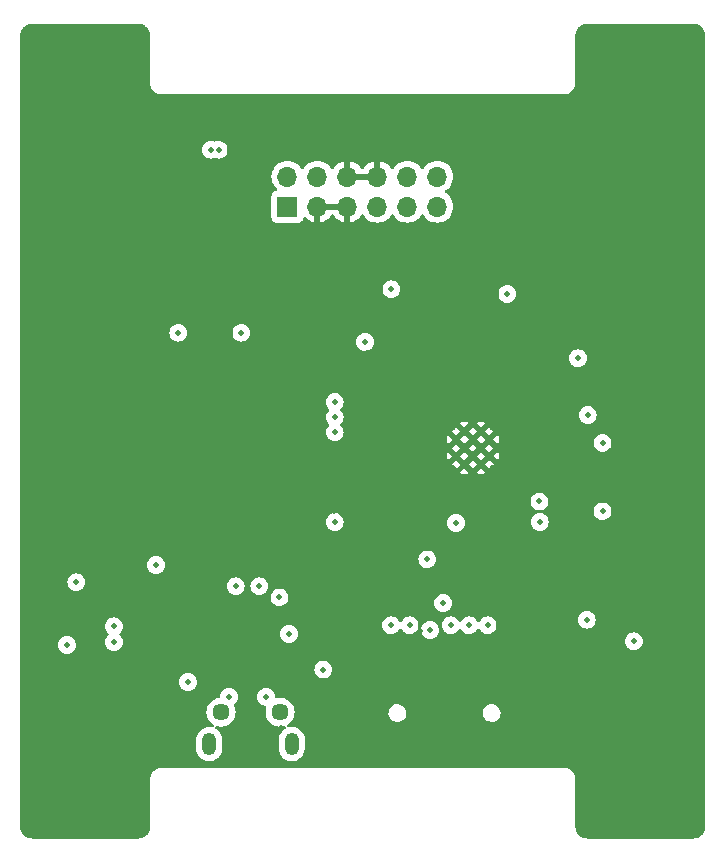
<source format=gbr>
%TF.GenerationSoftware,KiCad,Pcbnew,7.0.6-7.0.6~ubuntu22.04.1*%
%TF.CreationDate,2023-09-05T14:51:30+08:00*%
%TF.ProjectId,ECU_Module,4543555f-4d6f-4647-956c-652e6b696361,rev?*%
%TF.SameCoordinates,Original*%
%TF.FileFunction,Copper,L2,Inr*%
%TF.FilePolarity,Positive*%
%FSLAX46Y46*%
G04 Gerber Fmt 4.6, Leading zero omitted, Abs format (unit mm)*
G04 Created by KiCad (PCBNEW 7.0.6-7.0.6~ubuntu22.04.1) date 2023-09-05 14:51:30*
%MOMM*%
%LPD*%
G01*
G04 APERTURE LIST*
%TA.AperFunction,ComponentPad*%
%ADD10R,1.700000X1.700000*%
%TD*%
%TA.AperFunction,ComponentPad*%
%ADD11O,1.700000X1.700000*%
%TD*%
%TA.AperFunction,ComponentPad*%
%ADD12O,1.200000X1.900000*%
%TD*%
%TA.AperFunction,ComponentPad*%
%ADD13C,1.450000*%
%TD*%
%TA.AperFunction,HeatsinkPad*%
%ADD14C,0.600000*%
%TD*%
%TA.AperFunction,ViaPad*%
%ADD15C,0.500000*%
%TD*%
G04 APERTURE END LIST*
D10*
%TO.N,+BATT*%
%TO.C,J3*%
X152620000Y-65500000D03*
D11*
%TO.N,/FUEL*%
X152620000Y-62960000D03*
%TO.N,GND*%
X155160000Y-65500000D03*
%TO.N,/COIL*%
X155160000Y-62960000D03*
%TO.N,GND*%
X157700000Y-65500000D03*
X157700000Y-62960000D03*
%TO.N,/VSPI_MOSI*%
X160240000Y-65500000D03*
%TO.N,GND*%
X160240000Y-62960000D03*
%TO.N,/VSPI_MISO*%
X162780000Y-65500000D03*
%TO.N,/VSPI_CS*%
X162780000Y-62960000D03*
%TO.N,/VSPI_CLK*%
X165320000Y-65500000D03*
%TO.N,/O2*%
X165320000Y-62960000D03*
%TD*%
D12*
%TO.N,Net-(J1-Shield)*%
%TO.C,J1*%
X146000000Y-111000000D03*
D13*
X147000000Y-108300000D03*
X152000000Y-108300000D03*
D12*
X153000000Y-111000000D03*
%TD*%
D14*
%TO.N,GND*%
%TO.C,U4*%
X169712500Y-86615000D03*
X169712500Y-85215000D03*
X169012500Y-87315000D03*
X169012500Y-85915000D03*
X169012500Y-84515000D03*
X168312500Y-86615000D03*
X168312500Y-85215000D03*
X167612500Y-87315000D03*
X167612500Y-85915000D03*
X167612500Y-84515000D03*
X166912500Y-86615000D03*
X166912500Y-85215000D03*
%TD*%
D15*
%TO.N,Net-(D5-A)*%
X141500000Y-95850000D03*
X144200000Y-105750000D03*
%TO.N,VBUS*%
X134750000Y-97300000D03*
%TO.N,GND*%
X178950000Y-94100000D03*
X177100000Y-91850000D03*
X180100000Y-89000000D03*
X176950000Y-87700000D03*
%TO.N,Net-(D11-A)*%
X179300000Y-85500000D03*
X179300000Y-91300000D03*
%TO.N,+3.3V*%
X178050000Y-83150000D03*
%TO.N,GND*%
X156400000Y-66750000D03*
X159000000Y-66800000D03*
X140840000Y-102610000D03*
X135660000Y-113010000D03*
X152220000Y-72750000D03*
X167380000Y-60940000D03*
X155690000Y-57310000D03*
X153660000Y-56550000D03*
X149950000Y-62750000D03*
X137770000Y-67840000D03*
X155930000Y-96830000D03*
X155750000Y-94220000D03*
X162210000Y-85780000D03*
X170520000Y-78850000D03*
X168670000Y-78850000D03*
X173440000Y-80260000D03*
X173880000Y-79220000D03*
X173880000Y-87000000D03*
X177090000Y-89400000D03*
X182480000Y-92120000D03*
X182490000Y-90640000D03*
X182490000Y-82710000D03*
X182480000Y-81290000D03*
X166170000Y-77320000D03*
X164830000Y-78570000D03*
%TO.N,/IO0*%
X177220000Y-78340000D03*
%TO.N,GND*%
X154170000Y-97140000D03*
X171640000Y-86040000D03*
X163810000Y-101420000D03*
X138950000Y-107800000D03*
X171610000Y-82590000D03*
X160420000Y-99500000D03*
X182960000Y-72995000D03*
X140000000Y-51000000D03*
X143730000Y-73000000D03*
X155450000Y-100740000D03*
X152310000Y-60310000D03*
X143730000Y-68730000D03*
X164950000Y-67300000D03*
X165810000Y-96230000D03*
X148950000Y-66660000D03*
X167700000Y-82830000D03*
X162920000Y-82630000D03*
X159650000Y-75980000D03*
X149500000Y-100950000D03*
X154970000Y-90470000D03*
X140100000Y-70865000D03*
X172560000Y-74310000D03*
X140100000Y-73000000D03*
X145750000Y-66060000D03*
X165230000Y-82700000D03*
X160280000Y-74580000D03*
X179330000Y-70860000D03*
X149200000Y-105600000D03*
X180260000Y-101400000D03*
X172340000Y-60940000D03*
X143330000Y-108790000D03*
X145330000Y-108460000D03*
X161490000Y-91280000D03*
X131000000Y-118000000D03*
X156610000Y-68860000D03*
X171430000Y-89530000D03*
X187000000Y-51000000D03*
X173900000Y-89320000D03*
X165490000Y-74350000D03*
X172910000Y-103380000D03*
X149500000Y-102200000D03*
X150230000Y-72500000D03*
X156160000Y-71590000D03*
X159400000Y-77860000D03*
X156130000Y-93160000D03*
X187000000Y-118000000D03*
X160500000Y-105100000D03*
X131000000Y-51000000D03*
X163610000Y-96250000D03*
X179850000Y-107800000D03*
X173890000Y-93280000D03*
X169560000Y-89500000D03*
X154070000Y-74990000D03*
X142100000Y-100900000D03*
X157620000Y-74670000D03*
X140100000Y-68730000D03*
X135490000Y-100820000D03*
X160240000Y-81480000D03*
X144400000Y-81720000D03*
X178000000Y-51000000D03*
X149970000Y-80410000D03*
X145590000Y-80470000D03*
X161350000Y-68740000D03*
X179330000Y-72995000D03*
X170810000Y-103420000D03*
X162500000Y-72520000D03*
X169770000Y-93210000D03*
X163150000Y-67300000D03*
X168110000Y-71780000D03*
X162090000Y-88950000D03*
X182960000Y-70860000D03*
X167510000Y-91390000D03*
X169720000Y-91340000D03*
X152340000Y-97020000D03*
X182960000Y-68725000D03*
X179330000Y-68725000D03*
X161450000Y-66600000D03*
X138230000Y-67270000D03*
X155840000Y-82690000D03*
X163600000Y-98950000D03*
X173440000Y-69780000D03*
X152100000Y-109600000D03*
X141350000Y-106850000D03*
X162010000Y-77780000D03*
X155770000Y-76770000D03*
X154010000Y-99790000D03*
X178000000Y-118000000D03*
X140000000Y-118000000D03*
X151000000Y-109500000D03*
X151390000Y-63980000D03*
X145620000Y-59400000D03*
X155040000Y-89470000D03*
X174000000Y-77270000D03*
X175250000Y-103400000D03*
X143820000Y-112670000D03*
X152390000Y-69560000D03*
X164790000Y-71740000D03*
X156590000Y-91240000D03*
X145830000Y-102690000D03*
X162750000Y-70090000D03*
X141980000Y-99140000D03*
X147010000Y-66380000D03*
X135850000Y-107800000D03*
X167470000Y-93270000D03*
X156810000Y-61660000D03*
X149500000Y-99700000D03*
X149190000Y-104850000D03*
X145600000Y-61950000D03*
X162820000Y-78610000D03*
X168330000Y-74350000D03*
X146820000Y-59360000D03*
X133370000Y-101320000D03*
X143730000Y-70865000D03*
X153620000Y-61620000D03*
X166910000Y-65940000D03*
X174520000Y-69770000D03*
X165940000Y-95040000D03*
X164130000Y-89410000D03*
X182950000Y-107800000D03*
X138790000Y-114400000D03*
X159510000Y-92410000D03*
X164060000Y-92850000D03*
X142640000Y-105380000D03*
X138950000Y-102670000D03*
X151380000Y-81780000D03*
X156230000Y-89260000D03*
X149300000Y-68670000D03*
X135000000Y-102680000D03*
%TO.N,+3.3V*%
X181960000Y-102310000D03*
X155660000Y-104690000D03*
X165810000Y-99070000D03*
X173982500Y-92205000D03*
X137930000Y-101040000D03*
X137930000Y-102380000D03*
%TO.N,VBUS*%
X133960000Y-102600000D03*
%TO.N,/EN*%
X173962500Y-90465000D03*
%TO.N,Net-(Q1-E)*%
X152760000Y-101670000D03*
%TO.N,Net-(Q2-E)*%
X151950000Y-98590000D03*
%TO.N,/IO0*%
X159200000Y-76960000D03*
%TO.N,Net-(D6-K)*%
X147675000Y-107000000D03*
X148250000Y-97650000D03*
%TO.N,Net-(D7-K)*%
X150825000Y-107000000D03*
X150250000Y-97650000D03*
%TO.N,/VSPI_CS*%
X156620000Y-82050000D03*
%TO.N,/VSPI_CLK*%
X156620000Y-83320000D03*
%TO.N,/VSPI_MISO*%
X156620000Y-84590000D03*
%TO.N,/VSPI_MOSI*%
X156620000Y-92210000D03*
%TO.N,/O2*%
X171250000Y-72890000D03*
%TO.N,+12V*%
X161430000Y-72500000D03*
X148730000Y-76180000D03*
X143390000Y-76180000D03*
X177970000Y-100470000D03*
X146790000Y-60680000D03*
X146150000Y-60680000D03*
%TO.N,/SD_CMD*%
X166455000Y-100950000D03*
%TO.N,/SD_CLK*%
X164710000Y-101350000D03*
X164470000Y-95370000D03*
X166900000Y-92270000D03*
%TO.N,/SD_DAT0*%
X162960000Y-100950000D03*
%TO.N,Net-(J2-DAT2)*%
X169565000Y-100950000D03*
%TO.N,Net-(J2-CD{slash}DAT3)*%
X168010000Y-100950000D03*
%TO.N,Net-(J2-DAT1)*%
X161400000Y-100950000D03*
%TD*%
%TA.AperFunction,Conductor*%
%TO.N,GND*%
G36*
X157240507Y-65290156D02*
G01*
X157200000Y-65428111D01*
X157200000Y-65571889D01*
X157240507Y-65709844D01*
X157266314Y-65750000D01*
X155593686Y-65750000D01*
X155619493Y-65709844D01*
X155660000Y-65571889D01*
X155660000Y-65428111D01*
X155619493Y-65290156D01*
X155593686Y-65250000D01*
X157266314Y-65250000D01*
X157240507Y-65290156D01*
G37*
%TD.AperFunction*%
%TA.AperFunction,Conductor*%
G36*
X157557685Y-65015320D02*
G01*
X157473229Y-65053890D01*
X157522489Y-65011206D01*
X157574000Y-65000000D01*
X157664237Y-65000000D01*
X157557685Y-65015320D01*
G37*
%TD.AperFunction*%
%TA.AperFunction,Conductor*%
G36*
X157893039Y-65019685D02*
G01*
X157919997Y-65050796D01*
X157842315Y-65015320D01*
X157735763Y-65000000D01*
X157826000Y-65000000D01*
X157893039Y-65019685D01*
G37*
%TD.AperFunction*%
%TA.AperFunction,Conductor*%
G36*
X157557685Y-63444680D02*
G01*
X157664237Y-63460000D01*
X157735763Y-63460000D01*
X157842315Y-63444680D01*
X157943386Y-63398521D01*
X157930315Y-63443039D01*
X157877511Y-63488794D01*
X157826000Y-63500000D01*
X157574000Y-63500000D01*
X157506961Y-63480315D01*
X157461206Y-63427511D01*
X157454710Y-63397652D01*
X157557685Y-63444680D01*
G37*
%TD.AperFunction*%
%TA.AperFunction,Conductor*%
G36*
X159780507Y-62750156D02*
G01*
X159740000Y-62888111D01*
X159740000Y-63031889D01*
X159780507Y-63169844D01*
X159806314Y-63210000D01*
X158133686Y-63210000D01*
X158159493Y-63169844D01*
X158200000Y-63031889D01*
X158200000Y-62888111D01*
X158159493Y-62750156D01*
X158133686Y-62710000D01*
X159806314Y-62710000D01*
X159780507Y-62750156D01*
G37*
%TD.AperFunction*%
%TA.AperFunction,Conductor*%
G36*
X140002695Y-50000735D02*
G01*
X140045519Y-50004482D01*
X140171771Y-50016918D01*
X140191685Y-50020541D01*
X140258349Y-50038403D01*
X140351570Y-50066682D01*
X140367971Y-50072958D01*
X140435411Y-50104406D01*
X140438375Y-50105888D01*
X140475969Y-50125982D01*
X140522327Y-50150762D01*
X140528667Y-50154657D01*
X140594828Y-50200983D01*
X140598600Y-50203844D01*
X140670808Y-50263103D01*
X140675309Y-50267182D01*
X140732815Y-50324688D01*
X140736895Y-50329190D01*
X140796154Y-50401398D01*
X140799015Y-50405170D01*
X140845341Y-50471331D01*
X140849236Y-50477671D01*
X140894101Y-50561605D01*
X140895614Y-50564631D01*
X140927040Y-50632027D01*
X140933319Y-50648435D01*
X140961601Y-50741669D01*
X140979454Y-50808299D01*
X140983082Y-50828238D01*
X140995523Y-50954554D01*
X140999264Y-50997302D01*
X140999500Y-51002710D01*
X140999500Y-54932902D01*
X140994926Y-54948479D01*
X140999201Y-54991888D01*
X140999500Y-54997968D01*
X140999500Y-55087536D01*
X141010628Y-55150646D01*
X141009311Y-55162448D01*
X141016343Y-55185629D01*
X141018072Y-55192866D01*
X141029899Y-55259940D01*
X141058162Y-55337592D01*
X141058991Y-55350639D01*
X141067128Y-55365862D01*
X141074292Y-55381905D01*
X141089776Y-55424448D01*
X141089777Y-55424449D01*
X141138578Y-55508974D01*
X141142055Y-55523309D01*
X141151792Y-55535173D01*
X141163326Y-55551838D01*
X141177307Y-55576053D01*
X141180414Y-55580491D01*
X141180038Y-55580754D01*
X141189371Y-55594560D01*
X141191254Y-55598082D01*
X141209702Y-55614661D01*
X141248914Y-55661393D01*
X141255484Y-55676406D01*
X141265928Y-55684977D01*
X141282254Y-55701126D01*
X141289837Y-55710163D01*
X141298872Y-55717744D01*
X141315020Y-55734070D01*
X141319146Y-55739098D01*
X141338606Y-55751085D01*
X141385337Y-55790297D01*
X141395234Y-55805172D01*
X141405438Y-55810627D01*
X141419245Y-55819961D01*
X141419509Y-55819586D01*
X141423945Y-55822692D01*
X141448163Y-55836675D01*
X141464824Y-55848206D01*
X141471770Y-55853906D01*
X141491025Y-55861421D01*
X141575547Y-55910221D01*
X141575551Y-55910222D01*
X141575555Y-55910225D01*
X141618103Y-55925711D01*
X141634143Y-55932874D01*
X141644334Y-55938321D01*
X141662407Y-55941836D01*
X141740062Y-55970101D01*
X141807145Y-55981929D01*
X141814379Y-55983657D01*
X141832543Y-55989167D01*
X141849350Y-55989370D01*
X141912468Y-56000500D01*
X141912472Y-56000500D01*
X142002041Y-56000500D01*
X142008121Y-56000799D01*
X142044302Y-56004362D01*
X142067096Y-56000500D01*
X175932903Y-56000500D01*
X175948477Y-56005073D01*
X175991878Y-56000799D01*
X175997958Y-56000500D01*
X176087528Y-56000500D01*
X176087532Y-56000500D01*
X176150646Y-55989371D01*
X176162445Y-55990687D01*
X176185617Y-55983658D01*
X176192843Y-55981931D01*
X176259938Y-55970101D01*
X176259943Y-55970099D01*
X176259944Y-55970099D01*
X176298880Y-55955927D01*
X176337589Y-55941837D01*
X176350637Y-55941008D01*
X176365852Y-55932876D01*
X176381893Y-55925712D01*
X176424445Y-55910225D01*
X176508973Y-55861421D01*
X176523309Y-55857943D01*
X176535172Y-55848208D01*
X176551825Y-55836681D01*
X176576055Y-55822692D01*
X176576060Y-55822687D01*
X176580491Y-55819586D01*
X176580755Y-55819964D01*
X176594566Y-55810623D01*
X176598087Y-55808740D01*
X176614657Y-55790300D01*
X176661395Y-55751083D01*
X176676406Y-55744514D01*
X176684975Y-55734073D01*
X176701128Y-55717744D01*
X176710163Y-55710163D01*
X176717745Y-55701126D01*
X176734073Y-55684975D01*
X176739100Y-55680849D01*
X176751081Y-55661398D01*
X176790298Y-55614660D01*
X176805171Y-55604765D01*
X176810623Y-55594566D01*
X176819964Y-55580755D01*
X176819586Y-55580491D01*
X176822687Y-55576061D01*
X176822687Y-55576060D01*
X176822692Y-55576055D01*
X176836681Y-55551825D01*
X176848208Y-55535172D01*
X176853904Y-55528230D01*
X176861422Y-55508973D01*
X176910221Y-55424452D01*
X176910221Y-55424451D01*
X176910225Y-55424445D01*
X176925712Y-55381893D01*
X176932876Y-55365852D01*
X176938319Y-55355668D01*
X176941838Y-55337589D01*
X176970099Y-55259944D01*
X176970100Y-55259940D01*
X176970101Y-55259938D01*
X176981931Y-55192843D01*
X176983658Y-55185617D01*
X176989166Y-55167459D01*
X176989370Y-55150649D01*
X177000500Y-55087532D01*
X177000500Y-55000000D01*
X177000500Y-54999500D01*
X177000500Y-54997958D01*
X177000799Y-54991878D01*
X177004362Y-54955696D01*
X177000500Y-54932903D01*
X177000500Y-51002705D01*
X177000736Y-50997299D01*
X177004475Y-50954564D01*
X177016918Y-50828223D01*
X177020542Y-50808309D01*
X177038402Y-50741653D01*
X177066683Y-50648424D01*
X177072953Y-50632037D01*
X177104420Y-50564558D01*
X177105872Y-50561653D01*
X177150764Y-50477666D01*
X177154657Y-50471331D01*
X177187837Y-50423945D01*
X177200994Y-50405155D01*
X177203827Y-50401420D01*
X177263122Y-50329168D01*
X177267162Y-50324710D01*
X177324710Y-50267162D01*
X177329168Y-50263122D01*
X177401420Y-50203827D01*
X177405155Y-50200994D01*
X177471334Y-50154654D01*
X177477666Y-50150764D01*
X177561653Y-50105872D01*
X177564558Y-50104420D01*
X177632037Y-50072953D01*
X177648424Y-50066683D01*
X177741653Y-50038402D01*
X177808309Y-50020542D01*
X177828223Y-50016918D01*
X177954542Y-50004477D01*
X177997305Y-50000735D01*
X178002706Y-50000500D01*
X186997293Y-50000500D01*
X187002695Y-50000735D01*
X187045519Y-50004482D01*
X187171771Y-50016918D01*
X187191685Y-50020541D01*
X187258349Y-50038403D01*
X187351570Y-50066682D01*
X187367971Y-50072958D01*
X187435411Y-50104406D01*
X187438375Y-50105888D01*
X187475969Y-50125982D01*
X187522327Y-50150762D01*
X187528667Y-50154657D01*
X187594828Y-50200983D01*
X187598600Y-50203844D01*
X187670808Y-50263103D01*
X187675309Y-50267182D01*
X187732815Y-50324688D01*
X187736895Y-50329190D01*
X187796154Y-50401398D01*
X187799015Y-50405170D01*
X187845341Y-50471331D01*
X187849236Y-50477671D01*
X187894101Y-50561605D01*
X187895614Y-50564631D01*
X187927040Y-50632027D01*
X187933319Y-50648435D01*
X187961601Y-50741669D01*
X187979454Y-50808299D01*
X187983082Y-50828238D01*
X187995523Y-50954554D01*
X187999264Y-50997302D01*
X187999500Y-51002710D01*
X187999500Y-117997289D01*
X187999264Y-118002697D01*
X187995523Y-118045445D01*
X187983082Y-118171760D01*
X187979454Y-118191699D01*
X187961601Y-118258330D01*
X187933318Y-118351563D01*
X187927040Y-118367971D01*
X187895614Y-118435367D01*
X187894101Y-118438393D01*
X187849236Y-118522327D01*
X187845341Y-118528667D01*
X187799015Y-118594828D01*
X187796154Y-118598600D01*
X187736895Y-118670808D01*
X187732806Y-118675320D01*
X187675320Y-118732806D01*
X187670808Y-118736895D01*
X187598600Y-118796154D01*
X187594828Y-118799015D01*
X187528667Y-118845341D01*
X187522327Y-118849236D01*
X187438393Y-118894101D01*
X187435367Y-118895614D01*
X187367971Y-118927040D01*
X187351563Y-118933318D01*
X187258330Y-118961601D01*
X187191699Y-118979454D01*
X187171760Y-118983082D01*
X187045445Y-118995523D01*
X187004789Y-118999080D01*
X187002696Y-118999264D01*
X186997290Y-118999500D01*
X178002710Y-118999500D01*
X177997303Y-118999264D01*
X177995015Y-118999063D01*
X177954554Y-118995523D01*
X177828238Y-118983082D01*
X177808299Y-118979454D01*
X177741669Y-118961601D01*
X177648435Y-118933319D01*
X177632027Y-118927040D01*
X177583433Y-118904381D01*
X177564618Y-118895607D01*
X177561605Y-118894101D01*
X177477671Y-118849236D01*
X177471331Y-118845341D01*
X177405170Y-118799015D01*
X177401398Y-118796154D01*
X177329190Y-118736895D01*
X177324688Y-118732815D01*
X177267182Y-118675309D01*
X177263103Y-118670808D01*
X177203844Y-118598600D01*
X177200983Y-118594828D01*
X177154657Y-118528667D01*
X177150762Y-118522327D01*
X177125982Y-118475969D01*
X177105888Y-118438375D01*
X177104406Y-118435411D01*
X177072958Y-118367971D01*
X177066682Y-118351570D01*
X177038398Y-118258330D01*
X177020541Y-118191685D01*
X177016918Y-118171771D01*
X177004482Y-118045519D01*
X177000735Y-118002695D01*
X177000500Y-117997293D01*
X177000500Y-114067095D01*
X177005073Y-114051520D01*
X177000799Y-114008120D01*
X177000500Y-114002040D01*
X177000500Y-113912472D01*
X177000500Y-113912468D01*
X176989371Y-113849352D01*
X176990687Y-113837552D01*
X176983657Y-113814379D01*
X176981928Y-113807140D01*
X176981926Y-113807131D01*
X176970101Y-113740062D01*
X176941836Y-113662407D01*
X176941007Y-113649359D01*
X176932874Y-113634143D01*
X176925709Y-113618098D01*
X176925707Y-113618092D01*
X176910225Y-113575555D01*
X176910222Y-113575550D01*
X176910221Y-113575547D01*
X176861421Y-113491025D01*
X176857942Y-113476688D01*
X176848206Y-113464824D01*
X176836675Y-113448163D01*
X176822692Y-113423945D01*
X176819586Y-113419509D01*
X176819961Y-113419245D01*
X176810627Y-113405438D01*
X176808745Y-113401918D01*
X176790297Y-113385337D01*
X176751085Y-113338606D01*
X176744513Y-113323590D01*
X176734070Y-113315020D01*
X176717744Y-113298872D01*
X176710163Y-113289837D01*
X176701125Y-113282253D01*
X176684977Y-113265928D01*
X176680853Y-113260903D01*
X176661393Y-113248914D01*
X176614661Y-113209702D01*
X176604762Y-113194824D01*
X176594560Y-113189371D01*
X176580754Y-113180038D01*
X176580491Y-113180414D01*
X176576057Y-113177310D01*
X176576055Y-113177308D01*
X176564174Y-113170448D01*
X176551838Y-113163326D01*
X176535173Y-113151792D01*
X176528232Y-113146096D01*
X176508974Y-113138578D01*
X176424449Y-113089777D01*
X176424448Y-113089776D01*
X176416230Y-113086785D01*
X176381900Y-113074289D01*
X176365862Y-113067128D01*
X176355669Y-113061679D01*
X176337592Y-113058162D01*
X176259940Y-113029899D01*
X176192866Y-113018072D01*
X176185629Y-113016343D01*
X176167463Y-113010832D01*
X176150646Y-113010628D01*
X176087536Y-112999500D01*
X176087532Y-112999500D01*
X176000099Y-112999500D01*
X175997968Y-112999500D01*
X175991888Y-112999201D01*
X175955701Y-112995637D01*
X175932903Y-112999500D01*
X142067096Y-112999500D01*
X142051519Y-112994926D01*
X142008111Y-112999201D01*
X142002031Y-112999500D01*
X141912463Y-112999500D01*
X141849352Y-113010628D01*
X141837550Y-113009311D01*
X141814368Y-113016344D01*
X141807131Y-113018073D01*
X141740062Y-113029898D01*
X141662407Y-113058163D01*
X141649355Y-113058992D01*
X141634133Y-113067129D01*
X141618092Y-113074292D01*
X141575558Y-113089773D01*
X141575550Y-113089777D01*
X141491024Y-113138579D01*
X141476686Y-113142057D01*
X141464818Y-113151797D01*
X141448158Y-113163327D01*
X141423949Y-113177304D01*
X141419509Y-113180414D01*
X141419246Y-113180039D01*
X141405444Y-113189368D01*
X141401918Y-113191252D01*
X141385339Y-113209700D01*
X141338606Y-113248914D01*
X141323590Y-113255485D01*
X141315017Y-113265932D01*
X141298874Y-113282253D01*
X141289836Y-113289836D01*
X141282253Y-113298874D01*
X141265932Y-113315017D01*
X141260904Y-113319143D01*
X141248914Y-113338606D01*
X141209700Y-113385339D01*
X141194824Y-113395235D01*
X141189368Y-113405444D01*
X141180039Y-113419246D01*
X141180414Y-113419509D01*
X141177304Y-113423949D01*
X141163327Y-113448158D01*
X141151797Y-113464818D01*
X141146096Y-113471763D01*
X141138579Y-113491024D01*
X141089777Y-113575550D01*
X141089773Y-113575558D01*
X141074292Y-113618092D01*
X141067129Y-113634133D01*
X141061678Y-113644329D01*
X141058163Y-113662407D01*
X141029898Y-113740062D01*
X141018073Y-113807131D01*
X141016344Y-113814368D01*
X141010831Y-113832541D01*
X141010628Y-113849352D01*
X140999500Y-113912463D01*
X140999500Y-114002030D01*
X140999201Y-114008110D01*
X140995637Y-114044297D01*
X140999500Y-114067096D01*
X140999500Y-117997289D01*
X140999264Y-118002697D01*
X140995523Y-118045445D01*
X140983082Y-118171760D01*
X140979454Y-118191699D01*
X140961601Y-118258330D01*
X140933318Y-118351563D01*
X140927040Y-118367971D01*
X140895614Y-118435367D01*
X140894101Y-118438393D01*
X140849236Y-118522327D01*
X140845341Y-118528667D01*
X140799015Y-118594828D01*
X140796154Y-118598600D01*
X140736895Y-118670808D01*
X140732806Y-118675320D01*
X140675320Y-118732806D01*
X140670808Y-118736895D01*
X140598600Y-118796154D01*
X140594828Y-118799015D01*
X140528667Y-118845341D01*
X140522327Y-118849236D01*
X140438393Y-118894101D01*
X140435367Y-118895614D01*
X140367971Y-118927040D01*
X140351563Y-118933318D01*
X140258330Y-118961601D01*
X140191699Y-118979454D01*
X140171760Y-118983082D01*
X140045445Y-118995523D01*
X140004789Y-118999080D01*
X140002696Y-118999264D01*
X139997290Y-118999500D01*
X131002710Y-118999500D01*
X130997303Y-118999264D01*
X130995015Y-118999063D01*
X130954554Y-118995523D01*
X130828238Y-118983082D01*
X130808299Y-118979454D01*
X130741669Y-118961601D01*
X130648435Y-118933319D01*
X130632027Y-118927040D01*
X130583433Y-118904381D01*
X130564618Y-118895607D01*
X130561605Y-118894101D01*
X130477671Y-118849236D01*
X130471331Y-118845341D01*
X130405170Y-118799015D01*
X130401398Y-118796154D01*
X130329190Y-118736895D01*
X130324688Y-118732815D01*
X130267182Y-118675309D01*
X130263103Y-118670808D01*
X130203844Y-118598600D01*
X130200983Y-118594828D01*
X130154657Y-118528667D01*
X130150762Y-118522327D01*
X130125982Y-118475969D01*
X130105888Y-118438375D01*
X130104406Y-118435411D01*
X130072958Y-118367971D01*
X130066682Y-118351570D01*
X130038398Y-118258330D01*
X130020541Y-118191685D01*
X130016918Y-118171771D01*
X130004482Y-118045519D01*
X130000735Y-118002695D01*
X130000500Y-117997293D01*
X130000500Y-111402425D01*
X144899500Y-111402425D01*
X144914472Y-111559218D01*
X144973684Y-111760875D01*
X145023019Y-111856572D01*
X145069991Y-111947686D01*
X145199905Y-112112883D01*
X145199909Y-112112887D01*
X145358746Y-112250521D01*
X145540750Y-112355601D01*
X145540752Y-112355601D01*
X145540756Y-112355604D01*
X145739367Y-112424344D01*
X145947398Y-112454254D01*
X146157330Y-112444254D01*
X146361576Y-112394704D01*
X146447199Y-112355601D01*
X146552743Y-112307401D01*
X146552746Y-112307399D01*
X146552753Y-112307396D01*
X146723952Y-112185486D01*
X146793179Y-112112883D01*
X146868985Y-112033379D01*
X146924057Y-111947686D01*
X146982613Y-111856572D01*
X147060725Y-111661457D01*
X147100500Y-111455085D01*
X147100500Y-110597575D01*
X147085528Y-110440782D01*
X147026316Y-110239125D01*
X146930011Y-110052318D01*
X146930009Y-110052316D01*
X146930008Y-110052313D01*
X146800094Y-109887116D01*
X146800090Y-109887112D01*
X146641253Y-109749478D01*
X146562070Y-109703762D01*
X146513854Y-109653195D01*
X146500632Y-109584588D01*
X146526600Y-109519723D01*
X146583514Y-109479195D01*
X146653304Y-109475870D01*
X146656138Y-109476593D01*
X146786381Y-109511492D01*
X146938965Y-109524841D01*
X146999998Y-109530181D01*
X147000000Y-109530181D01*
X147000002Y-109530181D01*
X147053404Y-109525508D01*
X147213619Y-109511492D01*
X147420747Y-109455992D01*
X147615091Y-109365368D01*
X147790745Y-109242373D01*
X147942373Y-109090745D01*
X148065368Y-108915091D01*
X148155992Y-108720747D01*
X148211492Y-108513619D01*
X148230181Y-108300000D01*
X148211492Y-108086381D01*
X148155992Y-107879253D01*
X148095804Y-107750181D01*
X148085313Y-107681107D01*
X148113832Y-107617323D01*
X148142218Y-107592783D01*
X148145890Y-107590477D01*
X148265477Y-107470890D01*
X148336645Y-107357628D01*
X148355452Y-107327697D01*
X148355454Y-107327694D01*
X148355454Y-107327692D01*
X148355456Y-107327690D01*
X148411313Y-107168059D01*
X148411313Y-107168058D01*
X148411314Y-107168056D01*
X148430249Y-107000002D01*
X150069751Y-107000002D01*
X150088685Y-107168056D01*
X150144545Y-107327694D01*
X150144547Y-107327697D01*
X150234518Y-107470884D01*
X150234523Y-107470890D01*
X150354109Y-107590476D01*
X150354115Y-107590481D01*
X150497302Y-107680452D01*
X150497305Y-107680454D01*
X150497309Y-107680455D01*
X150497310Y-107680456D01*
X150566773Y-107704762D01*
X150656944Y-107736314D01*
X150732518Y-107744829D01*
X150796932Y-107771895D01*
X150836487Y-107829490D01*
X150838625Y-107899327D01*
X150838410Y-107900142D01*
X150788509Y-108086375D01*
X150788507Y-108086386D01*
X150769819Y-108299998D01*
X150769819Y-108300001D01*
X150788507Y-108513613D01*
X150788509Y-108513624D01*
X150844005Y-108720739D01*
X150844007Y-108720743D01*
X150844008Y-108720747D01*
X150889319Y-108817919D01*
X150934631Y-108915090D01*
X150965259Y-108958831D01*
X151057627Y-109090745D01*
X151209255Y-109242373D01*
X151384909Y-109365368D01*
X151579253Y-109455992D01*
X151786381Y-109511492D01*
X151938966Y-109524841D01*
X151999998Y-109530181D01*
X152000000Y-109530181D01*
X152000002Y-109530181D01*
X152053404Y-109525508D01*
X152213619Y-109511492D01*
X152332099Y-109479745D01*
X152401948Y-109481408D01*
X152459811Y-109520570D01*
X152487315Y-109584799D01*
X152475729Y-109653701D01*
X152436119Y-109700527D01*
X152276052Y-109814509D01*
X152276040Y-109814520D01*
X152131014Y-109966620D01*
X152017388Y-110143425D01*
X151939274Y-110338544D01*
X151919570Y-110440782D01*
X151899500Y-110544915D01*
X151899500Y-111402425D01*
X151914472Y-111559218D01*
X151973684Y-111760875D01*
X152023019Y-111856572D01*
X152069991Y-111947686D01*
X152199905Y-112112883D01*
X152199909Y-112112887D01*
X152358746Y-112250521D01*
X152540750Y-112355601D01*
X152540752Y-112355601D01*
X152540756Y-112355604D01*
X152739367Y-112424344D01*
X152947398Y-112454254D01*
X153157330Y-112444254D01*
X153361576Y-112394704D01*
X153447199Y-112355601D01*
X153552743Y-112307401D01*
X153552746Y-112307399D01*
X153552753Y-112307396D01*
X153723952Y-112185486D01*
X153793179Y-112112883D01*
X153868985Y-112033379D01*
X153924057Y-111947686D01*
X153982613Y-111856572D01*
X154060725Y-111661457D01*
X154100500Y-111455085D01*
X154100500Y-110597575D01*
X154085528Y-110440782D01*
X154026316Y-110239125D01*
X153930011Y-110052318D01*
X153930009Y-110052316D01*
X153930008Y-110052313D01*
X153800094Y-109887116D01*
X153800090Y-109887112D01*
X153641253Y-109749478D01*
X153459249Y-109644398D01*
X153459245Y-109644396D01*
X153459244Y-109644396D01*
X153260633Y-109575656D01*
X153052602Y-109545746D01*
X153052598Y-109545746D01*
X152842672Y-109555745D01*
X152757868Y-109576319D01*
X152717278Y-109586165D01*
X152647489Y-109582841D01*
X152590574Y-109542313D01*
X152564606Y-109477448D01*
X152577829Y-109408841D01*
X152616919Y-109364087D01*
X152790745Y-109242373D01*
X152942373Y-109090745D01*
X153065368Y-108915091D01*
X153155992Y-108720747D01*
X153211492Y-108513619D01*
X153219338Y-108423933D01*
X161175668Y-108423933D01*
X161191058Y-108511210D01*
X161206135Y-108596711D01*
X161275623Y-108757804D01*
X161275624Y-108757806D01*
X161275626Y-108757809D01*
X161330278Y-108831218D01*
X161380390Y-108898530D01*
X161514786Y-109011302D01*
X161592488Y-109050325D01*
X161671562Y-109090038D01*
X161671563Y-109090038D01*
X161671567Y-109090040D01*
X161842279Y-109130500D01*
X161842282Y-109130500D01*
X161973701Y-109130500D01*
X161973709Y-109130500D01*
X162104255Y-109115241D01*
X162269117Y-109055237D01*
X162415696Y-108958830D01*
X162536092Y-108831218D01*
X162623812Y-108679281D01*
X162674130Y-108511210D01*
X162679213Y-108423933D01*
X169155668Y-108423933D01*
X169171058Y-108511210D01*
X169186135Y-108596711D01*
X169255623Y-108757804D01*
X169255624Y-108757806D01*
X169255626Y-108757809D01*
X169310278Y-108831218D01*
X169360390Y-108898530D01*
X169494786Y-109011302D01*
X169572488Y-109050325D01*
X169651562Y-109090038D01*
X169651563Y-109090038D01*
X169651567Y-109090040D01*
X169822279Y-109130500D01*
X169822282Y-109130500D01*
X169953701Y-109130500D01*
X169953709Y-109130500D01*
X170084255Y-109115241D01*
X170249117Y-109055237D01*
X170395696Y-108958830D01*
X170516092Y-108831218D01*
X170603812Y-108679281D01*
X170654130Y-108511210D01*
X170664331Y-108336065D01*
X170633865Y-108163289D01*
X170564377Y-108002196D01*
X170459610Y-107861470D01*
X170387747Y-107801170D01*
X170325214Y-107748698D01*
X170325212Y-107748697D01*
X170168437Y-107669961D01*
X170168433Y-107669960D01*
X169997721Y-107629500D01*
X169866291Y-107629500D01*
X169761854Y-107641707D01*
X169735743Y-107644759D01*
X169735740Y-107644760D01*
X169570884Y-107704762D01*
X169570880Y-107704764D01*
X169424306Y-107801167D01*
X169424305Y-107801168D01*
X169303910Y-107928778D01*
X169216188Y-108080718D01*
X169165870Y-108248789D01*
X169165869Y-108248794D01*
X169155668Y-108423933D01*
X162679213Y-108423933D01*
X162684331Y-108336065D01*
X162653865Y-108163289D01*
X162584377Y-108002196D01*
X162479610Y-107861470D01*
X162407747Y-107801170D01*
X162345214Y-107748698D01*
X162345212Y-107748697D01*
X162188437Y-107669961D01*
X162188433Y-107669960D01*
X162017721Y-107629500D01*
X161886291Y-107629500D01*
X161781854Y-107641707D01*
X161755743Y-107644759D01*
X161755740Y-107644760D01*
X161590884Y-107704762D01*
X161590880Y-107704764D01*
X161444306Y-107801167D01*
X161444305Y-107801168D01*
X161323910Y-107928778D01*
X161236188Y-108080718D01*
X161185870Y-108248789D01*
X161185869Y-108248794D01*
X161175668Y-108423933D01*
X153219338Y-108423933D01*
X153230181Y-108300000D01*
X153211492Y-108086381D01*
X153155992Y-107879253D01*
X153065368Y-107684910D01*
X153062705Y-107681107D01*
X152942376Y-107509259D01*
X152942371Y-107509253D01*
X152790745Y-107357627D01*
X152615090Y-107234631D01*
X152517918Y-107189320D01*
X152420747Y-107144008D01*
X152420743Y-107144007D01*
X152420739Y-107144005D01*
X152213624Y-107088509D01*
X152213620Y-107088508D01*
X152213619Y-107088508D01*
X152213618Y-107088507D01*
X152213613Y-107088507D01*
X152000002Y-107069819D01*
X151999998Y-107069819D01*
X151786386Y-107088507D01*
X151786375Y-107088509D01*
X151735150Y-107102235D01*
X151665300Y-107100572D01*
X151607438Y-107061409D01*
X151579934Y-106997180D01*
X151579837Y-106996343D01*
X151561314Y-106831944D01*
X151505454Y-106672305D01*
X151505452Y-106672302D01*
X151415481Y-106529115D01*
X151415476Y-106529109D01*
X151295890Y-106409523D01*
X151295884Y-106409518D01*
X151152697Y-106319547D01*
X151152694Y-106319545D01*
X150993056Y-106263685D01*
X150825003Y-106244751D01*
X150824997Y-106244751D01*
X150656943Y-106263685D01*
X150497305Y-106319545D01*
X150497302Y-106319547D01*
X150354115Y-106409518D01*
X150354109Y-106409523D01*
X150234523Y-106529109D01*
X150234518Y-106529115D01*
X150144547Y-106672302D01*
X150144545Y-106672305D01*
X150088685Y-106831943D01*
X150069751Y-106999997D01*
X150069751Y-107000002D01*
X148430249Y-107000002D01*
X148430249Y-106999997D01*
X148411314Y-106831943D01*
X148355454Y-106672305D01*
X148355452Y-106672302D01*
X148265481Y-106529115D01*
X148265476Y-106529109D01*
X148145890Y-106409523D01*
X148145884Y-106409518D01*
X148002697Y-106319547D01*
X148002694Y-106319545D01*
X147843056Y-106263685D01*
X147675003Y-106244751D01*
X147674997Y-106244751D01*
X147506943Y-106263685D01*
X147347305Y-106319545D01*
X147347302Y-106319547D01*
X147204115Y-106409518D01*
X147204109Y-106409523D01*
X147084523Y-106529109D01*
X147084518Y-106529115D01*
X146994547Y-106672302D01*
X146994545Y-106672305D01*
X146938685Y-106831944D01*
X146922364Y-106976801D01*
X146895297Y-107041215D01*
X146837702Y-107080770D01*
X146809955Y-107086445D01*
X146786384Y-107088507D01*
X146786375Y-107088509D01*
X146579260Y-107144005D01*
X146579251Y-107144009D01*
X146384910Y-107234631D01*
X146384908Y-107234632D01*
X146209259Y-107357623D01*
X146209253Y-107357628D01*
X146057628Y-107509253D01*
X146057623Y-107509259D01*
X145934632Y-107684908D01*
X145934631Y-107684910D01*
X145844009Y-107879251D01*
X145844005Y-107879260D01*
X145788509Y-108086375D01*
X145788507Y-108086386D01*
X145769819Y-108299998D01*
X145769819Y-108300001D01*
X145788507Y-108513613D01*
X145788509Y-108513624D01*
X145844005Y-108720739D01*
X145844007Y-108720743D01*
X145844008Y-108720747D01*
X145889319Y-108817919D01*
X145934631Y-108915090D01*
X146057627Y-109090745D01*
X146209254Y-109242372D01*
X146373310Y-109357246D01*
X146416935Y-109411824D01*
X146424127Y-109481322D01*
X146392605Y-109543677D01*
X146332375Y-109579090D01*
X146266512Y-109576475D01*
X146266373Y-109577049D01*
X146263521Y-109576357D01*
X146262560Y-109576319D01*
X146261630Y-109576001D01*
X146260638Y-109575657D01*
X146260634Y-109575656D01*
X146260633Y-109575656D01*
X146052602Y-109545746D01*
X146052598Y-109545746D01*
X145842672Y-109555745D01*
X145638421Y-109605296D01*
X145638417Y-109605298D01*
X145447256Y-109692598D01*
X145447251Y-109692601D01*
X145276046Y-109814515D01*
X145276040Y-109814520D01*
X145131014Y-109966620D01*
X145017388Y-110143425D01*
X144939274Y-110338544D01*
X144919570Y-110440782D01*
X144899500Y-110544915D01*
X144899500Y-111402425D01*
X130000500Y-111402425D01*
X130000500Y-105750002D01*
X143444751Y-105750002D01*
X143463685Y-105918056D01*
X143519545Y-106077694D01*
X143519547Y-106077697D01*
X143609518Y-106220884D01*
X143609523Y-106220890D01*
X143729109Y-106340476D01*
X143729115Y-106340481D01*
X143872302Y-106430452D01*
X143872305Y-106430454D01*
X143872309Y-106430455D01*
X143872310Y-106430456D01*
X143944913Y-106455860D01*
X144031943Y-106486314D01*
X144199997Y-106505249D01*
X144200000Y-106505249D01*
X144200003Y-106505249D01*
X144368056Y-106486314D01*
X144368059Y-106486313D01*
X144527690Y-106430456D01*
X144527692Y-106430454D01*
X144527694Y-106430454D01*
X144527697Y-106430452D01*
X144670884Y-106340481D01*
X144670885Y-106340480D01*
X144670890Y-106340477D01*
X144790477Y-106220890D01*
X144880452Y-106077697D01*
X144880454Y-106077694D01*
X144880454Y-106077692D01*
X144880456Y-106077690D01*
X144936313Y-105918059D01*
X144936313Y-105918058D01*
X144936314Y-105918056D01*
X144955249Y-105750002D01*
X144955249Y-105749997D01*
X144936314Y-105581943D01*
X144905860Y-105494913D01*
X144880456Y-105422310D01*
X144880455Y-105422309D01*
X144880454Y-105422305D01*
X144880452Y-105422302D01*
X144790481Y-105279115D01*
X144790476Y-105279109D01*
X144670890Y-105159523D01*
X144670884Y-105159518D01*
X144527697Y-105069547D01*
X144527694Y-105069545D01*
X144368056Y-105013685D01*
X144200003Y-104994751D01*
X144199997Y-104994751D01*
X144031943Y-105013685D01*
X143872305Y-105069545D01*
X143872302Y-105069547D01*
X143729115Y-105159518D01*
X143729109Y-105159523D01*
X143609523Y-105279109D01*
X143609518Y-105279115D01*
X143519547Y-105422302D01*
X143519545Y-105422305D01*
X143463685Y-105581943D01*
X143444751Y-105749997D01*
X143444751Y-105750002D01*
X130000500Y-105750002D01*
X130000500Y-104690002D01*
X154904751Y-104690002D01*
X154923685Y-104858056D01*
X154979545Y-105017694D01*
X154979547Y-105017697D01*
X155069518Y-105160884D01*
X155069523Y-105160890D01*
X155189109Y-105280476D01*
X155189115Y-105280481D01*
X155332302Y-105370452D01*
X155332305Y-105370454D01*
X155332309Y-105370455D01*
X155332310Y-105370456D01*
X155404913Y-105395860D01*
X155491943Y-105426314D01*
X155659997Y-105445249D01*
X155660000Y-105445249D01*
X155660003Y-105445249D01*
X155828056Y-105426314D01*
X155839522Y-105422302D01*
X155987690Y-105370456D01*
X155987692Y-105370454D01*
X155987694Y-105370454D01*
X155987697Y-105370452D01*
X156130884Y-105280481D01*
X156130885Y-105280480D01*
X156130890Y-105280477D01*
X156250477Y-105160890D01*
X156307872Y-105069547D01*
X156340452Y-105017697D01*
X156340454Y-105017694D01*
X156340454Y-105017692D01*
X156340456Y-105017690D01*
X156396313Y-104858059D01*
X156396313Y-104858058D01*
X156396314Y-104858056D01*
X156415249Y-104690002D01*
X156415249Y-104689997D01*
X156396314Y-104521943D01*
X156340454Y-104362305D01*
X156340452Y-104362302D01*
X156250481Y-104219115D01*
X156250476Y-104219109D01*
X156130890Y-104099523D01*
X156130884Y-104099518D01*
X155987697Y-104009547D01*
X155987694Y-104009545D01*
X155828056Y-103953685D01*
X155660003Y-103934751D01*
X155659997Y-103934751D01*
X155491943Y-103953685D01*
X155332305Y-104009545D01*
X155332302Y-104009547D01*
X155189115Y-104099518D01*
X155189109Y-104099523D01*
X155069523Y-104219109D01*
X155069518Y-104219115D01*
X154979547Y-104362302D01*
X154979545Y-104362305D01*
X154923685Y-104521943D01*
X154904751Y-104689997D01*
X154904751Y-104690002D01*
X130000500Y-104690002D01*
X130000500Y-102600002D01*
X133204751Y-102600002D01*
X133223685Y-102768056D01*
X133279545Y-102927694D01*
X133279547Y-102927697D01*
X133369518Y-103070884D01*
X133369523Y-103070890D01*
X133489109Y-103190476D01*
X133489115Y-103190481D01*
X133632302Y-103280452D01*
X133632305Y-103280454D01*
X133632309Y-103280455D01*
X133632310Y-103280456D01*
X133704913Y-103305860D01*
X133791943Y-103336314D01*
X133959997Y-103355249D01*
X133960000Y-103355249D01*
X133960003Y-103355249D01*
X134128056Y-103336314D01*
X134128059Y-103336313D01*
X134287690Y-103280456D01*
X134287692Y-103280454D01*
X134287694Y-103280454D01*
X134287697Y-103280452D01*
X134430884Y-103190481D01*
X134430885Y-103190480D01*
X134430890Y-103190477D01*
X134550477Y-103070890D01*
X134550481Y-103070884D01*
X134640452Y-102927697D01*
X134640454Y-102927694D01*
X134640454Y-102927692D01*
X134640456Y-102927690D01*
X134696313Y-102768059D01*
X134696313Y-102768058D01*
X134696314Y-102768056D01*
X134715249Y-102600002D01*
X134715249Y-102599997D01*
X134696314Y-102431943D01*
X134678139Y-102380002D01*
X137174751Y-102380002D01*
X137193685Y-102548056D01*
X137249545Y-102707694D01*
X137249547Y-102707697D01*
X137339518Y-102850884D01*
X137339523Y-102850890D01*
X137459109Y-102970476D01*
X137459115Y-102970481D01*
X137602302Y-103060452D01*
X137602305Y-103060454D01*
X137602309Y-103060455D01*
X137602310Y-103060456D01*
X137616008Y-103065249D01*
X137761943Y-103116314D01*
X137929997Y-103135249D01*
X137930000Y-103135249D01*
X137930003Y-103135249D01*
X138098056Y-103116314D01*
X138098059Y-103116313D01*
X138257690Y-103060456D01*
X138257692Y-103060454D01*
X138257694Y-103060454D01*
X138257697Y-103060452D01*
X138400884Y-102970481D01*
X138400885Y-102970480D01*
X138400890Y-102970477D01*
X138520477Y-102850890D01*
X138564465Y-102780884D01*
X138610452Y-102707697D01*
X138610454Y-102707694D01*
X138610454Y-102707692D01*
X138610456Y-102707690D01*
X138666313Y-102548059D01*
X138666313Y-102548058D01*
X138666314Y-102548056D01*
X138685249Y-102380002D01*
X138685249Y-102379997D01*
X138666314Y-102211943D01*
X138610454Y-102052305D01*
X138610452Y-102052302D01*
X138520481Y-101909115D01*
X138520476Y-101909109D01*
X138409048Y-101797681D01*
X138375563Y-101736358D01*
X138380308Y-101670002D01*
X152004751Y-101670002D01*
X152023685Y-101838056D01*
X152079545Y-101997694D01*
X152079547Y-101997697D01*
X152169518Y-102140884D01*
X152169523Y-102140890D01*
X152289109Y-102260476D01*
X152289115Y-102260481D01*
X152432302Y-102350452D01*
X152432305Y-102350454D01*
X152432309Y-102350455D01*
X152432310Y-102350456D01*
X152504913Y-102375860D01*
X152591943Y-102406314D01*
X152759997Y-102425249D01*
X152760000Y-102425249D01*
X152760003Y-102425249D01*
X152928056Y-102406314D01*
X152928059Y-102406313D01*
X153087690Y-102350456D01*
X153087692Y-102350454D01*
X153087694Y-102350454D01*
X153087697Y-102350452D01*
X153152072Y-102310002D01*
X181204751Y-102310002D01*
X181223685Y-102478056D01*
X181279545Y-102637694D01*
X181279547Y-102637697D01*
X181369518Y-102780884D01*
X181369523Y-102780890D01*
X181489109Y-102900476D01*
X181489115Y-102900481D01*
X181632302Y-102990452D01*
X181632305Y-102990454D01*
X181632309Y-102990455D01*
X181632310Y-102990456D01*
X181704913Y-103015860D01*
X181791943Y-103046314D01*
X181959997Y-103065249D01*
X181960000Y-103065249D01*
X181960003Y-103065249D01*
X182128056Y-103046314D01*
X182128059Y-103046313D01*
X182287690Y-102990456D01*
X182287692Y-102990454D01*
X182287694Y-102990454D01*
X182287697Y-102990452D01*
X182430884Y-102900481D01*
X182430885Y-102900480D01*
X182430890Y-102900477D01*
X182550477Y-102780890D01*
X182550481Y-102780884D01*
X182640452Y-102637697D01*
X182640454Y-102637694D01*
X182640454Y-102637692D01*
X182640456Y-102637690D01*
X182696313Y-102478059D01*
X182696313Y-102478058D01*
X182696314Y-102478056D01*
X182715249Y-102310002D01*
X182715249Y-102309997D01*
X182696314Y-102141943D01*
X182657302Y-102030454D01*
X182640456Y-101982310D01*
X182640455Y-101982309D01*
X182640454Y-101982305D01*
X182640452Y-101982302D01*
X182550481Y-101839115D01*
X182550476Y-101839109D01*
X182430890Y-101719523D01*
X182430884Y-101719518D01*
X182287697Y-101629547D01*
X182287694Y-101629545D01*
X182128056Y-101573685D01*
X181960003Y-101554751D01*
X181959997Y-101554751D01*
X181791943Y-101573685D01*
X181632305Y-101629545D01*
X181632302Y-101629547D01*
X181489115Y-101719518D01*
X181489109Y-101719523D01*
X181369523Y-101839109D01*
X181369518Y-101839115D01*
X181279547Y-101982302D01*
X181279545Y-101982305D01*
X181223685Y-102141943D01*
X181204751Y-102309997D01*
X181204751Y-102310002D01*
X153152072Y-102310002D01*
X153230884Y-102260481D01*
X153230885Y-102260480D01*
X153230890Y-102260477D01*
X153350477Y-102140890D01*
X153419869Y-102030454D01*
X153440452Y-101997697D01*
X153440454Y-101997694D01*
X153440454Y-101997692D01*
X153440456Y-101997690D01*
X153496313Y-101838059D01*
X153496313Y-101838058D01*
X153496314Y-101838056D01*
X153515249Y-101670002D01*
X153515249Y-101669997D01*
X153496314Y-101501943D01*
X153449337Y-101367690D01*
X153440456Y-101342310D01*
X153440455Y-101342309D01*
X153440454Y-101342305D01*
X153440452Y-101342302D01*
X153350481Y-101199115D01*
X153350476Y-101199109D01*
X153230890Y-101079523D01*
X153230884Y-101079518D01*
X153087697Y-100989547D01*
X153087694Y-100989545D01*
X152974687Y-100950002D01*
X160644751Y-100950002D01*
X160663685Y-101118056D01*
X160719545Y-101277694D01*
X160719547Y-101277697D01*
X160809518Y-101420884D01*
X160809523Y-101420890D01*
X160929109Y-101540476D01*
X160929115Y-101540481D01*
X161072302Y-101630452D01*
X161072305Y-101630454D01*
X161072309Y-101630455D01*
X161072310Y-101630456D01*
X161144913Y-101655860D01*
X161231943Y-101686314D01*
X161399997Y-101705249D01*
X161400000Y-101705249D01*
X161400003Y-101705249D01*
X161568056Y-101686314D01*
X161592682Y-101677697D01*
X161727690Y-101630456D01*
X161727692Y-101630454D01*
X161727694Y-101630454D01*
X161727697Y-101630452D01*
X161870884Y-101540481D01*
X161870885Y-101540480D01*
X161870890Y-101540477D01*
X161990477Y-101420890D01*
X162075006Y-101286362D01*
X162127341Y-101240072D01*
X162196394Y-101229424D01*
X162260243Y-101257799D01*
X162284992Y-101286361D01*
X162369519Y-101420884D01*
X162369523Y-101420890D01*
X162489109Y-101540476D01*
X162489115Y-101540481D01*
X162632302Y-101630452D01*
X162632305Y-101630454D01*
X162632309Y-101630455D01*
X162632310Y-101630456D01*
X162704913Y-101655860D01*
X162791943Y-101686314D01*
X162959997Y-101705249D01*
X162960000Y-101705249D01*
X162960003Y-101705249D01*
X163128056Y-101686314D01*
X163152682Y-101677697D01*
X163287690Y-101630456D01*
X163287692Y-101630454D01*
X163287694Y-101630454D01*
X163287697Y-101630452D01*
X163430884Y-101540481D01*
X163430885Y-101540480D01*
X163430890Y-101540477D01*
X163550477Y-101420890D01*
X163583901Y-101367697D01*
X163595020Y-101350002D01*
X163954751Y-101350002D01*
X163973685Y-101518056D01*
X164029545Y-101677694D01*
X164029547Y-101677697D01*
X164119518Y-101820884D01*
X164119523Y-101820890D01*
X164239109Y-101940476D01*
X164239115Y-101940481D01*
X164382302Y-102030452D01*
X164382305Y-102030454D01*
X164382309Y-102030455D01*
X164382310Y-102030456D01*
X164454913Y-102055860D01*
X164541943Y-102086314D01*
X164709997Y-102105249D01*
X164710000Y-102105249D01*
X164710003Y-102105249D01*
X164878056Y-102086314D01*
X164878059Y-102086313D01*
X165037690Y-102030456D01*
X165037692Y-102030454D01*
X165037694Y-102030454D01*
X165037697Y-102030452D01*
X165180884Y-101940481D01*
X165180885Y-101940480D01*
X165180890Y-101940477D01*
X165300477Y-101820890D01*
X165300481Y-101820884D01*
X165390452Y-101677697D01*
X165390454Y-101677694D01*
X165390454Y-101677692D01*
X165390456Y-101677690D01*
X165446313Y-101518059D01*
X165446313Y-101518058D01*
X165446314Y-101518056D01*
X165465249Y-101350002D01*
X165465249Y-101349997D01*
X165446314Y-101181943D01*
X165410474Y-101079518D01*
X165390456Y-101022310D01*
X165390455Y-101022309D01*
X165390454Y-101022305D01*
X165390452Y-101022302D01*
X165345023Y-100950002D01*
X165699751Y-100950002D01*
X165718685Y-101118056D01*
X165774545Y-101277694D01*
X165774547Y-101277697D01*
X165864518Y-101420884D01*
X165864523Y-101420890D01*
X165984109Y-101540476D01*
X165984115Y-101540481D01*
X166127302Y-101630452D01*
X166127305Y-101630454D01*
X166127309Y-101630455D01*
X166127310Y-101630456D01*
X166199913Y-101655860D01*
X166286943Y-101686314D01*
X166454997Y-101705249D01*
X166455000Y-101705249D01*
X166455003Y-101705249D01*
X166623056Y-101686314D01*
X166647682Y-101677697D01*
X166782690Y-101630456D01*
X166782692Y-101630454D01*
X166782694Y-101630454D01*
X166782697Y-101630452D01*
X166925884Y-101540481D01*
X166925885Y-101540480D01*
X166925890Y-101540477D01*
X167045477Y-101420890D01*
X167127506Y-101290341D01*
X167179841Y-101244051D01*
X167248895Y-101233403D01*
X167312743Y-101261778D01*
X167337493Y-101290341D01*
X167419519Y-101420884D01*
X167419523Y-101420890D01*
X167539109Y-101540476D01*
X167539115Y-101540481D01*
X167682302Y-101630452D01*
X167682305Y-101630454D01*
X167682309Y-101630455D01*
X167682310Y-101630456D01*
X167754913Y-101655860D01*
X167841943Y-101686314D01*
X168009997Y-101705249D01*
X168010000Y-101705249D01*
X168010003Y-101705249D01*
X168178056Y-101686314D01*
X168202682Y-101677697D01*
X168337690Y-101630456D01*
X168337692Y-101630454D01*
X168337694Y-101630454D01*
X168337697Y-101630452D01*
X168480884Y-101540481D01*
X168480885Y-101540480D01*
X168480890Y-101540477D01*
X168600477Y-101420890D01*
X168682506Y-101290341D01*
X168734841Y-101244051D01*
X168803895Y-101233403D01*
X168867743Y-101261778D01*
X168892493Y-101290341D01*
X168974519Y-101420884D01*
X168974523Y-101420890D01*
X169094109Y-101540476D01*
X169094115Y-101540481D01*
X169237302Y-101630452D01*
X169237305Y-101630454D01*
X169237309Y-101630455D01*
X169237310Y-101630456D01*
X169309913Y-101655860D01*
X169396943Y-101686314D01*
X169564997Y-101705249D01*
X169565000Y-101705249D01*
X169565003Y-101705249D01*
X169733056Y-101686314D01*
X169757682Y-101677697D01*
X169892690Y-101630456D01*
X169892692Y-101630454D01*
X169892694Y-101630454D01*
X169892697Y-101630452D01*
X170035884Y-101540481D01*
X170035885Y-101540480D01*
X170035890Y-101540477D01*
X170155477Y-101420890D01*
X170188901Y-101367697D01*
X170245452Y-101277697D01*
X170245454Y-101277694D01*
X170245454Y-101277692D01*
X170245456Y-101277690D01*
X170301313Y-101118059D01*
X170301313Y-101118058D01*
X170301314Y-101118056D01*
X170320249Y-100950002D01*
X170320249Y-100949997D01*
X170301314Y-100781943D01*
X170270860Y-100694913D01*
X170245456Y-100622310D01*
X170245455Y-100622309D01*
X170245454Y-100622305D01*
X170245452Y-100622302D01*
X170155481Y-100479115D01*
X170155476Y-100479109D01*
X170146369Y-100470002D01*
X177214751Y-100470002D01*
X177233685Y-100638056D01*
X177289545Y-100797694D01*
X177289547Y-100797697D01*
X177379518Y-100940884D01*
X177379523Y-100940890D01*
X177499109Y-101060476D01*
X177499115Y-101060481D01*
X177642302Y-101150452D01*
X177642305Y-101150454D01*
X177642309Y-101150455D01*
X177642310Y-101150456D01*
X177714913Y-101175860D01*
X177801943Y-101206314D01*
X177969997Y-101225249D01*
X177970000Y-101225249D01*
X177970003Y-101225249D01*
X178138056Y-101206314D01*
X178138059Y-101206313D01*
X178297690Y-101150456D01*
X178297692Y-101150454D01*
X178297694Y-101150454D01*
X178297697Y-101150452D01*
X178440884Y-101060481D01*
X178440885Y-101060480D01*
X178440890Y-101060477D01*
X178560477Y-100940890D01*
X178565004Y-100933685D01*
X178650452Y-100797697D01*
X178650454Y-100797694D01*
X178650454Y-100797692D01*
X178650456Y-100797690D01*
X178706313Y-100638059D01*
X178706313Y-100638058D01*
X178706314Y-100638056D01*
X178725249Y-100470002D01*
X178725249Y-100469997D01*
X178706314Y-100301943D01*
X178650454Y-100142305D01*
X178650452Y-100142302D01*
X178560481Y-99999115D01*
X178560476Y-99999109D01*
X178440890Y-99879523D01*
X178440884Y-99879518D01*
X178297697Y-99789547D01*
X178297694Y-99789545D01*
X178138056Y-99733685D01*
X177970003Y-99714751D01*
X177969997Y-99714751D01*
X177801943Y-99733685D01*
X177642305Y-99789545D01*
X177642302Y-99789547D01*
X177499115Y-99879518D01*
X177499109Y-99879523D01*
X177379523Y-99999109D01*
X177379518Y-99999115D01*
X177289547Y-100142302D01*
X177289545Y-100142305D01*
X177233685Y-100301943D01*
X177214751Y-100469997D01*
X177214751Y-100470002D01*
X170146369Y-100470002D01*
X170035890Y-100359523D01*
X170035884Y-100359518D01*
X169892697Y-100269547D01*
X169892694Y-100269545D01*
X169733056Y-100213685D01*
X169565003Y-100194751D01*
X169564997Y-100194751D01*
X169396943Y-100213685D01*
X169237305Y-100269545D01*
X169237302Y-100269547D01*
X169094115Y-100359518D01*
X169094109Y-100359523D01*
X168974521Y-100479111D01*
X168892493Y-100609658D01*
X168840159Y-100655948D01*
X168771105Y-100666596D01*
X168707257Y-100638221D01*
X168682507Y-100609658D01*
X168600478Y-100479111D01*
X168480890Y-100359523D01*
X168480884Y-100359518D01*
X168337697Y-100269547D01*
X168337694Y-100269545D01*
X168178056Y-100213685D01*
X168010003Y-100194751D01*
X168009997Y-100194751D01*
X167841943Y-100213685D01*
X167682305Y-100269545D01*
X167682302Y-100269547D01*
X167539115Y-100359518D01*
X167539109Y-100359523D01*
X167419521Y-100479111D01*
X167337493Y-100609658D01*
X167285159Y-100655948D01*
X167216105Y-100666596D01*
X167152257Y-100638221D01*
X167127507Y-100609658D01*
X167045478Y-100479111D01*
X166925890Y-100359523D01*
X166925884Y-100359518D01*
X166782697Y-100269547D01*
X166782694Y-100269545D01*
X166623056Y-100213685D01*
X166455003Y-100194751D01*
X166454997Y-100194751D01*
X166286943Y-100213685D01*
X166127305Y-100269545D01*
X166127302Y-100269547D01*
X165984115Y-100359518D01*
X165984109Y-100359523D01*
X165864523Y-100479109D01*
X165864518Y-100479115D01*
X165774547Y-100622302D01*
X165774545Y-100622305D01*
X165718685Y-100781943D01*
X165699751Y-100949997D01*
X165699751Y-100950002D01*
X165345023Y-100950002D01*
X165300481Y-100879115D01*
X165300476Y-100879109D01*
X165180890Y-100759523D01*
X165180884Y-100759518D01*
X165037697Y-100669547D01*
X165037694Y-100669545D01*
X164878056Y-100613685D01*
X164710003Y-100594751D01*
X164709997Y-100594751D01*
X164541943Y-100613685D01*
X164382305Y-100669545D01*
X164382302Y-100669547D01*
X164239115Y-100759518D01*
X164239109Y-100759523D01*
X164119523Y-100879109D01*
X164119518Y-100879115D01*
X164029547Y-101022302D01*
X164029545Y-101022305D01*
X163973685Y-101181943D01*
X163954751Y-101349997D01*
X163954751Y-101350002D01*
X163595020Y-101350002D01*
X163640452Y-101277697D01*
X163640454Y-101277694D01*
X163640454Y-101277692D01*
X163640456Y-101277690D01*
X163696313Y-101118059D01*
X163696313Y-101118058D01*
X163696314Y-101118056D01*
X163715249Y-100950002D01*
X163715249Y-100949997D01*
X163696314Y-100781943D01*
X163665860Y-100694913D01*
X163640456Y-100622310D01*
X163640455Y-100622309D01*
X163640454Y-100622305D01*
X163640452Y-100622302D01*
X163550481Y-100479115D01*
X163550476Y-100479109D01*
X163430890Y-100359523D01*
X163430884Y-100359518D01*
X163287697Y-100269547D01*
X163287694Y-100269545D01*
X163128056Y-100213685D01*
X162960003Y-100194751D01*
X162959997Y-100194751D01*
X162791943Y-100213685D01*
X162632305Y-100269545D01*
X162632302Y-100269547D01*
X162489115Y-100359518D01*
X162489109Y-100359523D01*
X162369521Y-100479111D01*
X162284993Y-100613637D01*
X162232659Y-100659927D01*
X162163605Y-100670575D01*
X162099757Y-100642200D01*
X162075007Y-100613637D01*
X161990478Y-100479111D01*
X161870890Y-100359523D01*
X161870884Y-100359518D01*
X161727697Y-100269547D01*
X161727694Y-100269545D01*
X161568056Y-100213685D01*
X161400003Y-100194751D01*
X161399997Y-100194751D01*
X161231943Y-100213685D01*
X161072305Y-100269545D01*
X161072302Y-100269547D01*
X160929115Y-100359518D01*
X160929109Y-100359523D01*
X160809523Y-100479109D01*
X160809518Y-100479115D01*
X160719547Y-100622302D01*
X160719545Y-100622305D01*
X160663685Y-100781943D01*
X160644751Y-100949997D01*
X160644751Y-100950002D01*
X152974687Y-100950002D01*
X152928056Y-100933685D01*
X152760003Y-100914751D01*
X152759997Y-100914751D01*
X152591943Y-100933685D01*
X152432305Y-100989545D01*
X152432302Y-100989547D01*
X152289115Y-101079518D01*
X152289109Y-101079523D01*
X152169523Y-101199109D01*
X152169518Y-101199115D01*
X152079547Y-101342302D01*
X152079545Y-101342305D01*
X152023685Y-101501943D01*
X152004751Y-101669997D01*
X152004751Y-101670002D01*
X138380308Y-101670002D01*
X138380547Y-101666666D01*
X138409048Y-101622319D01*
X138457682Y-101573685D01*
X138520477Y-101510890D01*
X138610452Y-101367697D01*
X138610454Y-101367694D01*
X138610454Y-101367692D01*
X138610456Y-101367690D01*
X138666313Y-101208059D01*
X138666313Y-101208058D01*
X138666314Y-101208056D01*
X138685249Y-101040002D01*
X138685249Y-101039997D01*
X138666314Y-100871943D01*
X138635860Y-100784913D01*
X138610456Y-100712310D01*
X138610455Y-100712309D01*
X138610454Y-100712305D01*
X138610452Y-100712302D01*
X138520481Y-100569115D01*
X138520476Y-100569109D01*
X138400890Y-100449523D01*
X138400884Y-100449518D01*
X138257697Y-100359547D01*
X138257694Y-100359545D01*
X138098056Y-100303685D01*
X137930003Y-100284751D01*
X137929997Y-100284751D01*
X137761943Y-100303685D01*
X137602305Y-100359545D01*
X137602302Y-100359547D01*
X137459115Y-100449518D01*
X137459109Y-100449523D01*
X137339523Y-100569109D01*
X137339518Y-100569115D01*
X137249547Y-100712302D01*
X137249545Y-100712305D01*
X137193685Y-100871943D01*
X137174751Y-101039997D01*
X137174751Y-101040002D01*
X137193685Y-101208056D01*
X137249545Y-101367694D01*
X137249547Y-101367697D01*
X137339518Y-101510884D01*
X137339523Y-101510890D01*
X137450952Y-101622319D01*
X137484437Y-101683642D01*
X137479453Y-101753334D01*
X137450952Y-101797681D01*
X137339523Y-101909109D01*
X137339518Y-101909115D01*
X137249547Y-102052302D01*
X137249545Y-102052305D01*
X137193685Y-102211943D01*
X137174751Y-102379997D01*
X137174751Y-102380002D01*
X134678139Y-102380002D01*
X134640454Y-102272305D01*
X134640452Y-102272302D01*
X134550481Y-102129115D01*
X134550476Y-102129109D01*
X134430890Y-102009523D01*
X134430884Y-102009518D01*
X134287697Y-101919547D01*
X134287694Y-101919545D01*
X134128056Y-101863685D01*
X133960003Y-101844751D01*
X133959997Y-101844751D01*
X133791943Y-101863685D01*
X133632305Y-101919545D01*
X133632302Y-101919547D01*
X133489115Y-102009518D01*
X133489109Y-102009523D01*
X133369523Y-102129109D01*
X133369518Y-102129115D01*
X133279547Y-102272302D01*
X133279545Y-102272305D01*
X133223685Y-102431943D01*
X133204751Y-102599997D01*
X133204751Y-102600002D01*
X130000500Y-102600002D01*
X130000500Y-98590002D01*
X151194751Y-98590002D01*
X151213685Y-98758056D01*
X151269545Y-98917694D01*
X151269547Y-98917697D01*
X151359518Y-99060884D01*
X151359523Y-99060890D01*
X151479109Y-99180476D01*
X151479115Y-99180481D01*
X151622302Y-99270452D01*
X151622305Y-99270454D01*
X151622309Y-99270455D01*
X151622310Y-99270456D01*
X151694913Y-99295860D01*
X151781943Y-99326314D01*
X151949997Y-99345249D01*
X151950000Y-99345249D01*
X151950003Y-99345249D01*
X152118056Y-99326314D01*
X152118059Y-99326313D01*
X152277690Y-99270456D01*
X152277692Y-99270454D01*
X152277694Y-99270454D01*
X152277697Y-99270452D01*
X152420884Y-99180481D01*
X152420885Y-99180480D01*
X152420890Y-99180477D01*
X152531365Y-99070002D01*
X165054751Y-99070002D01*
X165073685Y-99238056D01*
X165129545Y-99397694D01*
X165129547Y-99397697D01*
X165219518Y-99540884D01*
X165219523Y-99540890D01*
X165339109Y-99660476D01*
X165339115Y-99660481D01*
X165482302Y-99750452D01*
X165482305Y-99750454D01*
X165482309Y-99750455D01*
X165482310Y-99750456D01*
X165554913Y-99775860D01*
X165641943Y-99806314D01*
X165809997Y-99825249D01*
X165810000Y-99825249D01*
X165810003Y-99825249D01*
X165978056Y-99806314D01*
X165978059Y-99806313D01*
X166137690Y-99750456D01*
X166137692Y-99750454D01*
X166137694Y-99750454D01*
X166137697Y-99750452D01*
X166280884Y-99660481D01*
X166280885Y-99660480D01*
X166280890Y-99660477D01*
X166400477Y-99540890D01*
X166490452Y-99397697D01*
X166490454Y-99397694D01*
X166490454Y-99397692D01*
X166490456Y-99397690D01*
X166546313Y-99238059D01*
X166546313Y-99238058D01*
X166546314Y-99238056D01*
X166565249Y-99070002D01*
X166565249Y-99069997D01*
X166546314Y-98901943D01*
X166490454Y-98742305D01*
X166490452Y-98742302D01*
X166400481Y-98599115D01*
X166400476Y-98599109D01*
X166280890Y-98479523D01*
X166280884Y-98479518D01*
X166137697Y-98389547D01*
X166137694Y-98389545D01*
X165978056Y-98333685D01*
X165810003Y-98314751D01*
X165809997Y-98314751D01*
X165641943Y-98333685D01*
X165482305Y-98389545D01*
X165482302Y-98389547D01*
X165339115Y-98479518D01*
X165339109Y-98479523D01*
X165219523Y-98599109D01*
X165219518Y-98599115D01*
X165129547Y-98742302D01*
X165129545Y-98742305D01*
X165073685Y-98901943D01*
X165054751Y-99069997D01*
X165054751Y-99070002D01*
X152531365Y-99070002D01*
X152540477Y-99060890D01*
X152630452Y-98917697D01*
X152630454Y-98917694D01*
X152630454Y-98917692D01*
X152630456Y-98917690D01*
X152686313Y-98758059D01*
X152686313Y-98758058D01*
X152686314Y-98758056D01*
X152705249Y-98590002D01*
X152705249Y-98589997D01*
X152686314Y-98421943D01*
X152630454Y-98262305D01*
X152630452Y-98262302D01*
X152540481Y-98119115D01*
X152540476Y-98119109D01*
X152420890Y-97999523D01*
X152420884Y-97999518D01*
X152277697Y-97909547D01*
X152277694Y-97909545D01*
X152118056Y-97853685D01*
X151950003Y-97834751D01*
X151949997Y-97834751D01*
X151781943Y-97853685D01*
X151622305Y-97909545D01*
X151622302Y-97909547D01*
X151479115Y-97999518D01*
X151479109Y-97999523D01*
X151359523Y-98119109D01*
X151359518Y-98119115D01*
X151269547Y-98262302D01*
X151269545Y-98262305D01*
X151213685Y-98421943D01*
X151194751Y-98589997D01*
X151194751Y-98590002D01*
X130000500Y-98590002D01*
X130000500Y-97300002D01*
X133994751Y-97300002D01*
X134013685Y-97468056D01*
X134069545Y-97627694D01*
X134069547Y-97627697D01*
X134159518Y-97770884D01*
X134159523Y-97770890D01*
X134279109Y-97890476D01*
X134279115Y-97890481D01*
X134422302Y-97980452D01*
X134422305Y-97980454D01*
X134422309Y-97980455D01*
X134422310Y-97980456D01*
X134476801Y-97999523D01*
X134581943Y-98036314D01*
X134749997Y-98055249D01*
X134750000Y-98055249D01*
X134750003Y-98055249D01*
X134918056Y-98036314D01*
X134918059Y-98036313D01*
X135077690Y-97980456D01*
X135077692Y-97980454D01*
X135077694Y-97980454D01*
X135077697Y-97980452D01*
X135220884Y-97890481D01*
X135220885Y-97890480D01*
X135220890Y-97890477D01*
X135340477Y-97770890D01*
X135340481Y-97770884D01*
X135416437Y-97650002D01*
X147494751Y-97650002D01*
X147513685Y-97818056D01*
X147569545Y-97977694D01*
X147569547Y-97977697D01*
X147659518Y-98120884D01*
X147659523Y-98120890D01*
X147779109Y-98240476D01*
X147779115Y-98240481D01*
X147922302Y-98330452D01*
X147922305Y-98330454D01*
X147922309Y-98330455D01*
X147922310Y-98330456D01*
X147931544Y-98333687D01*
X148081943Y-98386314D01*
X148249997Y-98405249D01*
X148250000Y-98405249D01*
X148250003Y-98405249D01*
X148418056Y-98386314D01*
X148418059Y-98386313D01*
X148577690Y-98330456D01*
X148577692Y-98330454D01*
X148577694Y-98330454D01*
X148577697Y-98330452D01*
X148720884Y-98240481D01*
X148720885Y-98240480D01*
X148720890Y-98240477D01*
X148840477Y-98120890D01*
X148840481Y-98120884D01*
X148930452Y-97977697D01*
X148930454Y-97977694D01*
X148930454Y-97977692D01*
X148930456Y-97977690D01*
X148986313Y-97818059D01*
X148986313Y-97818058D01*
X148986314Y-97818056D01*
X149005249Y-97650002D01*
X149494751Y-97650002D01*
X149513685Y-97818056D01*
X149569545Y-97977694D01*
X149569547Y-97977697D01*
X149659518Y-98120884D01*
X149659523Y-98120890D01*
X149779109Y-98240476D01*
X149779115Y-98240481D01*
X149922302Y-98330452D01*
X149922305Y-98330454D01*
X149922309Y-98330455D01*
X149922310Y-98330456D01*
X149931544Y-98333687D01*
X150081943Y-98386314D01*
X150249997Y-98405249D01*
X150250000Y-98405249D01*
X150250003Y-98405249D01*
X150418056Y-98386314D01*
X150418059Y-98386313D01*
X150577690Y-98330456D01*
X150577692Y-98330454D01*
X150577694Y-98330454D01*
X150577697Y-98330452D01*
X150720884Y-98240481D01*
X150720885Y-98240480D01*
X150720890Y-98240477D01*
X150840477Y-98120890D01*
X150840481Y-98120884D01*
X150930452Y-97977697D01*
X150930454Y-97977694D01*
X150930454Y-97977692D01*
X150930456Y-97977690D01*
X150986313Y-97818059D01*
X150986313Y-97818058D01*
X150986314Y-97818056D01*
X151005249Y-97650002D01*
X151005249Y-97649997D01*
X150986314Y-97481943D01*
X150930454Y-97322305D01*
X150930452Y-97322302D01*
X150840481Y-97179115D01*
X150840476Y-97179109D01*
X150720890Y-97059523D01*
X150720884Y-97059518D01*
X150577697Y-96969547D01*
X150577694Y-96969545D01*
X150418056Y-96913685D01*
X150250003Y-96894751D01*
X150249997Y-96894751D01*
X150081943Y-96913685D01*
X149922305Y-96969545D01*
X149922302Y-96969547D01*
X149779115Y-97059518D01*
X149779109Y-97059523D01*
X149659523Y-97179109D01*
X149659518Y-97179115D01*
X149569547Y-97322302D01*
X149569545Y-97322305D01*
X149513685Y-97481943D01*
X149494751Y-97649997D01*
X149494751Y-97650002D01*
X149005249Y-97650002D01*
X149005249Y-97649997D01*
X148986314Y-97481943D01*
X148930454Y-97322305D01*
X148930452Y-97322302D01*
X148840481Y-97179115D01*
X148840476Y-97179109D01*
X148720890Y-97059523D01*
X148720884Y-97059518D01*
X148577697Y-96969547D01*
X148577694Y-96969545D01*
X148418056Y-96913685D01*
X148250003Y-96894751D01*
X148249997Y-96894751D01*
X148081943Y-96913685D01*
X147922305Y-96969545D01*
X147922302Y-96969547D01*
X147779115Y-97059518D01*
X147779109Y-97059523D01*
X147659523Y-97179109D01*
X147659518Y-97179115D01*
X147569547Y-97322302D01*
X147569545Y-97322305D01*
X147513685Y-97481943D01*
X147494751Y-97649997D01*
X147494751Y-97650002D01*
X135416437Y-97650002D01*
X135430452Y-97627697D01*
X135430454Y-97627694D01*
X135430454Y-97627692D01*
X135430456Y-97627690D01*
X135486313Y-97468059D01*
X135486313Y-97468058D01*
X135486314Y-97468056D01*
X135505249Y-97300002D01*
X135505249Y-97299997D01*
X135486314Y-97131943D01*
X135430454Y-96972305D01*
X135430452Y-96972302D01*
X135340481Y-96829115D01*
X135340476Y-96829109D01*
X135220890Y-96709523D01*
X135220884Y-96709518D01*
X135077697Y-96619547D01*
X135077694Y-96619545D01*
X134918056Y-96563685D01*
X134750003Y-96544751D01*
X134749997Y-96544751D01*
X134581943Y-96563685D01*
X134422305Y-96619545D01*
X134422302Y-96619547D01*
X134279115Y-96709518D01*
X134279109Y-96709523D01*
X134159523Y-96829109D01*
X134159518Y-96829115D01*
X134069547Y-96972302D01*
X134069545Y-96972305D01*
X134013685Y-97131943D01*
X133994751Y-97299997D01*
X133994751Y-97300002D01*
X130000500Y-97300002D01*
X130000500Y-95850002D01*
X140744751Y-95850002D01*
X140763685Y-96018056D01*
X140819545Y-96177694D01*
X140819547Y-96177697D01*
X140909518Y-96320884D01*
X140909523Y-96320890D01*
X141029109Y-96440476D01*
X141029115Y-96440481D01*
X141172302Y-96530452D01*
X141172305Y-96530454D01*
X141172309Y-96530455D01*
X141172310Y-96530456D01*
X141213163Y-96544751D01*
X141331943Y-96586314D01*
X141499997Y-96605249D01*
X141500000Y-96605249D01*
X141500003Y-96605249D01*
X141668056Y-96586314D01*
X141668059Y-96586313D01*
X141827690Y-96530456D01*
X141827692Y-96530454D01*
X141827694Y-96530454D01*
X141827697Y-96530452D01*
X141970884Y-96440481D01*
X141970885Y-96440480D01*
X141970890Y-96440477D01*
X142090477Y-96320890D01*
X142180452Y-96177697D01*
X142180454Y-96177694D01*
X142180454Y-96177692D01*
X142180456Y-96177690D01*
X142236313Y-96018059D01*
X142236313Y-96018058D01*
X142236314Y-96018056D01*
X142255249Y-95850002D01*
X142255249Y-95849997D01*
X142236314Y-95681943D01*
X142180454Y-95522305D01*
X142180452Y-95522302D01*
X142090481Y-95379115D01*
X142090476Y-95379109D01*
X142081369Y-95370002D01*
X163714751Y-95370002D01*
X163733685Y-95538056D01*
X163789545Y-95697694D01*
X163789547Y-95697697D01*
X163879518Y-95840884D01*
X163879523Y-95840890D01*
X163999109Y-95960476D01*
X163999115Y-95960481D01*
X164142302Y-96050452D01*
X164142305Y-96050454D01*
X164142309Y-96050455D01*
X164142310Y-96050456D01*
X164214913Y-96075860D01*
X164301943Y-96106314D01*
X164469997Y-96125249D01*
X164470000Y-96125249D01*
X164470003Y-96125249D01*
X164638056Y-96106314D01*
X164638059Y-96106313D01*
X164797690Y-96050456D01*
X164797692Y-96050454D01*
X164797694Y-96050454D01*
X164797697Y-96050452D01*
X164940884Y-95960481D01*
X164940885Y-95960480D01*
X164940890Y-95960477D01*
X165060477Y-95840890D01*
X165150452Y-95697697D01*
X165150454Y-95697694D01*
X165150454Y-95697692D01*
X165150456Y-95697690D01*
X165206313Y-95538059D01*
X165206313Y-95538058D01*
X165206314Y-95538056D01*
X165225249Y-95370002D01*
X165225249Y-95369997D01*
X165206314Y-95201943D01*
X165150454Y-95042305D01*
X165150452Y-95042302D01*
X165060481Y-94899115D01*
X165060476Y-94899109D01*
X164940890Y-94779523D01*
X164940884Y-94779518D01*
X164797697Y-94689547D01*
X164797694Y-94689545D01*
X164638056Y-94633685D01*
X164470003Y-94614751D01*
X164469997Y-94614751D01*
X164301943Y-94633685D01*
X164142305Y-94689545D01*
X164142302Y-94689547D01*
X163999115Y-94779518D01*
X163999109Y-94779523D01*
X163879523Y-94899109D01*
X163879518Y-94899115D01*
X163789547Y-95042302D01*
X163789545Y-95042305D01*
X163733685Y-95201943D01*
X163714751Y-95369997D01*
X163714751Y-95370002D01*
X142081369Y-95370002D01*
X141970890Y-95259523D01*
X141970884Y-95259518D01*
X141827697Y-95169547D01*
X141827694Y-95169545D01*
X141668056Y-95113685D01*
X141500003Y-95094751D01*
X141499997Y-95094751D01*
X141331943Y-95113685D01*
X141172305Y-95169545D01*
X141172302Y-95169547D01*
X141029115Y-95259518D01*
X141029109Y-95259523D01*
X140909523Y-95379109D01*
X140909518Y-95379115D01*
X140819547Y-95522302D01*
X140819545Y-95522305D01*
X140763685Y-95681943D01*
X140744751Y-95849997D01*
X140744751Y-95850002D01*
X130000500Y-95850002D01*
X130000500Y-92210002D01*
X155864751Y-92210002D01*
X155883685Y-92378056D01*
X155939545Y-92537694D01*
X155939547Y-92537697D01*
X156029518Y-92680884D01*
X156029523Y-92680890D01*
X156149109Y-92800476D01*
X156149115Y-92800481D01*
X156292302Y-92890452D01*
X156292305Y-92890454D01*
X156292309Y-92890455D01*
X156292310Y-92890456D01*
X156364913Y-92915860D01*
X156451943Y-92946314D01*
X156619997Y-92965249D01*
X156620000Y-92965249D01*
X156620003Y-92965249D01*
X156788056Y-92946314D01*
X156802348Y-92941313D01*
X156947690Y-92890456D01*
X156947692Y-92890454D01*
X156947694Y-92890454D01*
X156947697Y-92890452D01*
X157090884Y-92800481D01*
X157090885Y-92800480D01*
X157090890Y-92800477D01*
X157210477Y-92680890D01*
X157213619Y-92675890D01*
X157300452Y-92537697D01*
X157300454Y-92537694D01*
X157300454Y-92537692D01*
X157300456Y-92537690D01*
X157356313Y-92378059D01*
X157356313Y-92378058D01*
X157356314Y-92378056D01*
X157368489Y-92270002D01*
X166144751Y-92270002D01*
X166163685Y-92438056D01*
X166219545Y-92597694D01*
X166219547Y-92597697D01*
X166309518Y-92740884D01*
X166309523Y-92740890D01*
X166429109Y-92860476D01*
X166429115Y-92860481D01*
X166572302Y-92950452D01*
X166572305Y-92950454D01*
X166572309Y-92950455D01*
X166572310Y-92950456D01*
X166600297Y-92960249D01*
X166731943Y-93006314D01*
X166899997Y-93025249D01*
X166900000Y-93025249D01*
X166900003Y-93025249D01*
X167068056Y-93006314D01*
X167068059Y-93006313D01*
X167227690Y-92950456D01*
X167227692Y-92950454D01*
X167227694Y-92950454D01*
X167227697Y-92950452D01*
X167370884Y-92860481D01*
X167370885Y-92860480D01*
X167370890Y-92860477D01*
X167490477Y-92740890D01*
X167528178Y-92680890D01*
X167580452Y-92597697D01*
X167580454Y-92597694D01*
X167580454Y-92597692D01*
X167580456Y-92597690D01*
X167636313Y-92438059D01*
X167636313Y-92438058D01*
X167636314Y-92438056D01*
X167655249Y-92270002D01*
X167655249Y-92269997D01*
X167647926Y-92205002D01*
X173227251Y-92205002D01*
X173246185Y-92373056D01*
X173302045Y-92532694D01*
X173302047Y-92532697D01*
X173392018Y-92675884D01*
X173392023Y-92675890D01*
X173511609Y-92795476D01*
X173511615Y-92795481D01*
X173654802Y-92885452D01*
X173654805Y-92885454D01*
X173654809Y-92885455D01*
X173654810Y-92885456D01*
X173727413Y-92910860D01*
X173814443Y-92941314D01*
X173982497Y-92960249D01*
X173982500Y-92960249D01*
X173982503Y-92960249D01*
X174150556Y-92941314D01*
X174150559Y-92941313D01*
X174310190Y-92885456D01*
X174310192Y-92885454D01*
X174310194Y-92885454D01*
X174310197Y-92885452D01*
X174453384Y-92795481D01*
X174453385Y-92795480D01*
X174453390Y-92795477D01*
X174572977Y-92675890D01*
X174572981Y-92675884D01*
X174662952Y-92532697D01*
X174662954Y-92532694D01*
X174662954Y-92532692D01*
X174662956Y-92532690D01*
X174718813Y-92373059D01*
X174718813Y-92373058D01*
X174718814Y-92373056D01*
X174737749Y-92205002D01*
X174737749Y-92204997D01*
X174718814Y-92036943D01*
X174667563Y-91890476D01*
X174662956Y-91877310D01*
X174662955Y-91877309D01*
X174662954Y-91877305D01*
X174662952Y-91877302D01*
X174572981Y-91734115D01*
X174572976Y-91734109D01*
X174453390Y-91614523D01*
X174453384Y-91614518D01*
X174310197Y-91524547D01*
X174310194Y-91524545D01*
X174150556Y-91468685D01*
X174047667Y-91457093D01*
X173983253Y-91430026D01*
X173973966Y-91416503D01*
X173967480Y-91427310D01*
X173904843Y-91458266D01*
X173897333Y-91459346D01*
X173814443Y-91468686D01*
X173654805Y-91524545D01*
X173654802Y-91524547D01*
X173511615Y-91614518D01*
X173511609Y-91614523D01*
X173392023Y-91734109D01*
X173392018Y-91734115D01*
X173302047Y-91877302D01*
X173302045Y-91877305D01*
X173246185Y-92036943D01*
X173227251Y-92204997D01*
X173227251Y-92205002D01*
X167647926Y-92205002D01*
X167636314Y-92101943D01*
X167580454Y-91942305D01*
X167580452Y-91942302D01*
X167490481Y-91799115D01*
X167490476Y-91799109D01*
X167370890Y-91679523D01*
X167370884Y-91679518D01*
X167227697Y-91589547D01*
X167227694Y-91589545D01*
X167068056Y-91533685D01*
X166900003Y-91514751D01*
X166899997Y-91514751D01*
X166731943Y-91533685D01*
X166572305Y-91589545D01*
X166572302Y-91589547D01*
X166429115Y-91679518D01*
X166429109Y-91679523D01*
X166309523Y-91799109D01*
X166309518Y-91799115D01*
X166219547Y-91942302D01*
X166219545Y-91942305D01*
X166163685Y-92101943D01*
X166144751Y-92269997D01*
X166144751Y-92270002D01*
X157368489Y-92270002D01*
X157375249Y-92210002D01*
X157375249Y-92209997D01*
X157356314Y-92041943D01*
X157300454Y-91882305D01*
X157300452Y-91882302D01*
X157210481Y-91739115D01*
X157210476Y-91739109D01*
X157090890Y-91619523D01*
X157090884Y-91619518D01*
X156947697Y-91529547D01*
X156947694Y-91529545D01*
X156788056Y-91473685D01*
X156620003Y-91454751D01*
X156619997Y-91454751D01*
X156451943Y-91473685D01*
X156292305Y-91529545D01*
X156292302Y-91529547D01*
X156149115Y-91619518D01*
X156149109Y-91619523D01*
X156029523Y-91739109D01*
X156029518Y-91739115D01*
X155939547Y-91882302D01*
X155939545Y-91882305D01*
X155883685Y-92041943D01*
X155864751Y-92209997D01*
X155864751Y-92210002D01*
X130000500Y-92210002D01*
X130000500Y-91300002D01*
X178544751Y-91300002D01*
X178563685Y-91468056D01*
X178619545Y-91627694D01*
X178619547Y-91627697D01*
X178709518Y-91770884D01*
X178709523Y-91770890D01*
X178829109Y-91890476D01*
X178829115Y-91890481D01*
X178972302Y-91980452D01*
X178972305Y-91980454D01*
X178972309Y-91980455D01*
X178972310Y-91980456D01*
X179044913Y-92005860D01*
X179131943Y-92036314D01*
X179299997Y-92055249D01*
X179300000Y-92055249D01*
X179300003Y-92055249D01*
X179468056Y-92036314D01*
X179468059Y-92036313D01*
X179627690Y-91980456D01*
X179627692Y-91980454D01*
X179627694Y-91980454D01*
X179627697Y-91980452D01*
X179770884Y-91890481D01*
X179770885Y-91890480D01*
X179770890Y-91890477D01*
X179890477Y-91770890D01*
X179910446Y-91739110D01*
X179980452Y-91627697D01*
X179980454Y-91627694D01*
X179980454Y-91627692D01*
X179980456Y-91627690D01*
X180036313Y-91468059D01*
X180036313Y-91468058D01*
X180036314Y-91468056D01*
X180055249Y-91300002D01*
X180055249Y-91299997D01*
X180036314Y-91131943D01*
X179980454Y-90972305D01*
X179980452Y-90972302D01*
X179890481Y-90829115D01*
X179890476Y-90829109D01*
X179770890Y-90709523D01*
X179770884Y-90709518D01*
X179627697Y-90619547D01*
X179627694Y-90619545D01*
X179468056Y-90563685D01*
X179300003Y-90544751D01*
X179299997Y-90544751D01*
X179131943Y-90563685D01*
X178972305Y-90619545D01*
X178972302Y-90619547D01*
X178829115Y-90709518D01*
X178829109Y-90709523D01*
X178709523Y-90829109D01*
X178709518Y-90829115D01*
X178619547Y-90972302D01*
X178619545Y-90972305D01*
X178563685Y-91131943D01*
X178544751Y-91299997D01*
X178544751Y-91300002D01*
X130000500Y-91300002D01*
X130000500Y-90465002D01*
X173207251Y-90465002D01*
X173226185Y-90633056D01*
X173282045Y-90792694D01*
X173282047Y-90792697D01*
X173372018Y-90935884D01*
X173372023Y-90935890D01*
X173491609Y-91055476D01*
X173491615Y-91055481D01*
X173634802Y-91145452D01*
X173634805Y-91145454D01*
X173634809Y-91145455D01*
X173634810Y-91145456D01*
X173794441Y-91201313D01*
X173794444Y-91201314D01*
X173877334Y-91210653D01*
X173897331Y-91212906D01*
X173961745Y-91239972D01*
X173971032Y-91253494D01*
X173977519Y-91242688D01*
X174040157Y-91211732D01*
X174047668Y-91210653D01*
X174130555Y-91201314D01*
X174130557Y-91201313D01*
X174130559Y-91201313D01*
X174290190Y-91145456D01*
X174290192Y-91145454D01*
X174290194Y-91145454D01*
X174290197Y-91145452D01*
X174433384Y-91055481D01*
X174433385Y-91055480D01*
X174433390Y-91055477D01*
X174552977Y-90935890D01*
X174620072Y-90829110D01*
X174642952Y-90792697D01*
X174642954Y-90792694D01*
X174642954Y-90792692D01*
X174642956Y-90792690D01*
X174698813Y-90633059D01*
X174698813Y-90633058D01*
X174698814Y-90633056D01*
X174717749Y-90465002D01*
X174717749Y-90464997D01*
X174698814Y-90296943D01*
X174642954Y-90137305D01*
X174642952Y-90137302D01*
X174552981Y-89994115D01*
X174552976Y-89994109D01*
X174433390Y-89874523D01*
X174433384Y-89874518D01*
X174290197Y-89784547D01*
X174290194Y-89784545D01*
X174130556Y-89728685D01*
X173962503Y-89709751D01*
X173962497Y-89709751D01*
X173794443Y-89728685D01*
X173634805Y-89784545D01*
X173634802Y-89784547D01*
X173491615Y-89874518D01*
X173491609Y-89874523D01*
X173372023Y-89994109D01*
X173372018Y-89994115D01*
X173282047Y-90137302D01*
X173282045Y-90137305D01*
X173226185Y-90296943D01*
X173207251Y-90464997D01*
X173207251Y-90465002D01*
X130000500Y-90465002D01*
X130000500Y-88031660D01*
X167249391Y-88031660D01*
X167263197Y-88040335D01*
X167263201Y-88040337D01*
X167433358Y-88099877D01*
X167433361Y-88099878D01*
X167612497Y-88120062D01*
X167612503Y-88120062D01*
X167791638Y-88099878D01*
X167961807Y-88040333D01*
X167975607Y-88031661D01*
X167975607Y-88031660D01*
X168649391Y-88031660D01*
X168663197Y-88040335D01*
X168663201Y-88040337D01*
X168833358Y-88099877D01*
X168833361Y-88099878D01*
X169012497Y-88120062D01*
X169012503Y-88120062D01*
X169191638Y-88099878D01*
X169361807Y-88040333D01*
X169375607Y-88031661D01*
X169375607Y-88031660D01*
X169012501Y-87668553D01*
X169012500Y-87668553D01*
X168649391Y-88031660D01*
X167975607Y-88031660D01*
X167612501Y-87668553D01*
X167612500Y-87668553D01*
X167249391Y-88031660D01*
X130000500Y-88031660D01*
X130000500Y-87331660D01*
X166549391Y-87331660D01*
X166563197Y-87340335D01*
X166563201Y-87340337D01*
X166733359Y-87399878D01*
X166734144Y-87400057D01*
X166734599Y-87400311D01*
X166739930Y-87402177D01*
X166739603Y-87403110D01*
X166795123Y-87434166D01*
X166824452Y-87487875D01*
X166825323Y-87487571D01*
X166827172Y-87492855D01*
X166827440Y-87493346D01*
X166827620Y-87494137D01*
X166887162Y-87664298D01*
X166887167Y-87664308D01*
X166895838Y-87678108D01*
X167226455Y-87347492D01*
X167512500Y-87347492D01*
X167550697Y-87400065D01*
X167596662Y-87415000D01*
X167628338Y-87415000D01*
X167674303Y-87400065D01*
X167712500Y-87347492D01*
X167712500Y-87314999D01*
X167966053Y-87314999D01*
X168312499Y-87661447D01*
X168312500Y-87661447D01*
X168626455Y-87347492D01*
X168912500Y-87347492D01*
X168950697Y-87400065D01*
X168996662Y-87415000D01*
X169028338Y-87415000D01*
X169074303Y-87400065D01*
X169112500Y-87347492D01*
X169112500Y-87315000D01*
X169366053Y-87315000D01*
X169729160Y-87678107D01*
X169729161Y-87678107D01*
X169737833Y-87664307D01*
X169797377Y-87494141D01*
X169797556Y-87493358D01*
X169797810Y-87492902D01*
X169799677Y-87487569D01*
X169800611Y-87487895D01*
X169831664Y-87432379D01*
X169885374Y-87403050D01*
X169885069Y-87402177D01*
X169890371Y-87400321D01*
X169890858Y-87400056D01*
X169891641Y-87399877D01*
X170061807Y-87340333D01*
X170075607Y-87331661D01*
X170075607Y-87331660D01*
X169712500Y-86968553D01*
X169366053Y-87315000D01*
X169112500Y-87315000D01*
X169112500Y-87282508D01*
X169074303Y-87229935D01*
X169028338Y-87215000D01*
X168996662Y-87215000D01*
X168950697Y-87229935D01*
X168912500Y-87282508D01*
X168912500Y-87347492D01*
X168626455Y-87347492D01*
X168658947Y-87315000D01*
X168658947Y-87314999D01*
X168312501Y-86968553D01*
X168312500Y-86968553D01*
X167966053Y-87314998D01*
X167966053Y-87314999D01*
X167712500Y-87314999D01*
X167712500Y-87282508D01*
X167674303Y-87229935D01*
X167628338Y-87215000D01*
X167596662Y-87215000D01*
X167550697Y-87229935D01*
X167512500Y-87282508D01*
X167512500Y-87347492D01*
X167226455Y-87347492D01*
X167258947Y-87315000D01*
X167258947Y-87314999D01*
X166912501Y-86968553D01*
X166912500Y-86968553D01*
X166549391Y-87331660D01*
X130000500Y-87331660D01*
X130000500Y-86615002D01*
X166107438Y-86615002D01*
X166127621Y-86794138D01*
X166127622Y-86794141D01*
X166187162Y-86964298D01*
X166187167Y-86964308D01*
X166195838Y-86978108D01*
X166526454Y-86647492D01*
X166812500Y-86647492D01*
X166850697Y-86700065D01*
X166896662Y-86715000D01*
X166928338Y-86715000D01*
X166974303Y-86700065D01*
X167012500Y-86647492D01*
X167012500Y-86615000D01*
X167266053Y-86615000D01*
X167612499Y-86961447D01*
X167926455Y-86647492D01*
X168212500Y-86647492D01*
X168250697Y-86700065D01*
X168296662Y-86715000D01*
X168328338Y-86715000D01*
X168374303Y-86700065D01*
X168412500Y-86647492D01*
X168412500Y-86614999D01*
X168666053Y-86614999D01*
X169012499Y-86961447D01*
X169012500Y-86961447D01*
X169326455Y-86647492D01*
X169612500Y-86647492D01*
X169650697Y-86700065D01*
X169696662Y-86715000D01*
X169728338Y-86715000D01*
X169774303Y-86700065D01*
X169812500Y-86647492D01*
X169812500Y-86615000D01*
X170066053Y-86615000D01*
X170429160Y-86978107D01*
X170429161Y-86978107D01*
X170437833Y-86964307D01*
X170497378Y-86794138D01*
X170517562Y-86615002D01*
X170517562Y-86614997D01*
X170497378Y-86435861D01*
X170497377Y-86435858D01*
X170437837Y-86265701D01*
X170437835Y-86265697D01*
X170429160Y-86251891D01*
X170066053Y-86614999D01*
X170066053Y-86615000D01*
X169812500Y-86615000D01*
X169812500Y-86582508D01*
X169774303Y-86529935D01*
X169728338Y-86515000D01*
X169696662Y-86515000D01*
X169650697Y-86529935D01*
X169612500Y-86582508D01*
X169612500Y-86647492D01*
X169326455Y-86647492D01*
X169358947Y-86615000D01*
X169358947Y-86614999D01*
X169012501Y-86268553D01*
X169012500Y-86268553D01*
X168666053Y-86614998D01*
X168666053Y-86614999D01*
X168412500Y-86614999D01*
X168412500Y-86582508D01*
X168374303Y-86529935D01*
X168328338Y-86515000D01*
X168296662Y-86515000D01*
X168250697Y-86529935D01*
X168212500Y-86582508D01*
X168212500Y-86647492D01*
X167926455Y-86647492D01*
X167958947Y-86615000D01*
X167958947Y-86614999D01*
X167612500Y-86268553D01*
X167266053Y-86614999D01*
X167266053Y-86615000D01*
X167012500Y-86615000D01*
X167012500Y-86582508D01*
X166974303Y-86529935D01*
X166928338Y-86515000D01*
X166896662Y-86515000D01*
X166850697Y-86529935D01*
X166812500Y-86582508D01*
X166812500Y-86647492D01*
X166526454Y-86647492D01*
X166558947Y-86614999D01*
X166558947Y-86614998D01*
X166195839Y-86251890D01*
X166195838Y-86251891D01*
X166187164Y-86265696D01*
X166127622Y-86435858D01*
X166127621Y-86435861D01*
X166107438Y-86614997D01*
X166107438Y-86615002D01*
X130000500Y-86615002D01*
X130000500Y-85915000D01*
X166566053Y-85915000D01*
X166912500Y-86261446D01*
X167226455Y-85947492D01*
X167512500Y-85947492D01*
X167550697Y-86000065D01*
X167596662Y-86015000D01*
X167628338Y-86015000D01*
X167674303Y-86000065D01*
X167712500Y-85947492D01*
X167712500Y-85915000D01*
X167966053Y-85915000D01*
X168312499Y-86261446D01*
X168626455Y-85947492D01*
X168912500Y-85947492D01*
X168950697Y-86000065D01*
X168996662Y-86015000D01*
X169028338Y-86015000D01*
X169074303Y-86000065D01*
X169112500Y-85947492D01*
X169112500Y-85915000D01*
X169366053Y-85915000D01*
X169712500Y-86261447D01*
X170058947Y-85915000D01*
X169712500Y-85568553D01*
X169366053Y-85915000D01*
X169112500Y-85915000D01*
X169112500Y-85882508D01*
X169074303Y-85829935D01*
X169028338Y-85815000D01*
X168996662Y-85815000D01*
X168950697Y-85829935D01*
X168912500Y-85882508D01*
X168912500Y-85947492D01*
X168626455Y-85947492D01*
X168658947Y-85915000D01*
X168312500Y-85568553D01*
X167966053Y-85915000D01*
X167712500Y-85915000D01*
X167712500Y-85882508D01*
X167674303Y-85829935D01*
X167628338Y-85815000D01*
X167596662Y-85815000D01*
X167550697Y-85829935D01*
X167512500Y-85882508D01*
X167512500Y-85947492D01*
X167226455Y-85947492D01*
X167258947Y-85915000D01*
X166912500Y-85568553D01*
X166566053Y-85914999D01*
X166566053Y-85915000D01*
X130000500Y-85915000D01*
X130000500Y-84590002D01*
X155864751Y-84590002D01*
X155883685Y-84758056D01*
X155939545Y-84917694D01*
X155939547Y-84917697D01*
X156029518Y-85060884D01*
X156029523Y-85060890D01*
X156149109Y-85180476D01*
X156149115Y-85180481D01*
X156292302Y-85270452D01*
X156292305Y-85270454D01*
X156292309Y-85270455D01*
X156292310Y-85270456D01*
X156364913Y-85295860D01*
X156451943Y-85326314D01*
X156619997Y-85345249D01*
X156620000Y-85345249D01*
X156620003Y-85345249D01*
X156788056Y-85326314D01*
X156788059Y-85326313D01*
X156947690Y-85270456D01*
X156947692Y-85270454D01*
X156947694Y-85270454D01*
X156947697Y-85270452D01*
X157035945Y-85215002D01*
X166107438Y-85215002D01*
X166127621Y-85394138D01*
X166127622Y-85394141D01*
X166187162Y-85564298D01*
X166187167Y-85564308D01*
X166195838Y-85578108D01*
X166526455Y-85247492D01*
X166812500Y-85247492D01*
X166850697Y-85300065D01*
X166896662Y-85315000D01*
X166928338Y-85315000D01*
X166974303Y-85300065D01*
X167012500Y-85247492D01*
X167012500Y-85215000D01*
X167266411Y-85215000D01*
X167612341Y-85561254D01*
X167923118Y-85247492D01*
X168212500Y-85247492D01*
X168250697Y-85300065D01*
X168296662Y-85315000D01*
X168328338Y-85315000D01*
X168374303Y-85300065D01*
X168412500Y-85247492D01*
X168412500Y-85215000D01*
X168666053Y-85215000D01*
X169012500Y-85561447D01*
X169326453Y-85247492D01*
X169612500Y-85247492D01*
X169650697Y-85300065D01*
X169696662Y-85315000D01*
X169728338Y-85315000D01*
X169774303Y-85300065D01*
X169812500Y-85247492D01*
X169812500Y-85214999D01*
X170066053Y-85214999D01*
X170429160Y-85578107D01*
X170429161Y-85578107D01*
X170437833Y-85564307D01*
X170460334Y-85500002D01*
X178544751Y-85500002D01*
X178563685Y-85668056D01*
X178619545Y-85827694D01*
X178619547Y-85827697D01*
X178709518Y-85970884D01*
X178709523Y-85970890D01*
X178829109Y-86090476D01*
X178829115Y-86090481D01*
X178972302Y-86180452D01*
X178972305Y-86180454D01*
X178972309Y-86180455D01*
X178972310Y-86180456D01*
X179044913Y-86205860D01*
X179131943Y-86236314D01*
X179299997Y-86255249D01*
X179300000Y-86255249D01*
X179300003Y-86255249D01*
X179468056Y-86236314D01*
X179468059Y-86236313D01*
X179627690Y-86180456D01*
X179627692Y-86180454D01*
X179627694Y-86180454D01*
X179627697Y-86180452D01*
X179770884Y-86090481D01*
X179770885Y-86090480D01*
X179770890Y-86090477D01*
X179890477Y-85970890D01*
X179925596Y-85914999D01*
X179980452Y-85827697D01*
X179980454Y-85827694D01*
X179980454Y-85827692D01*
X179980456Y-85827690D01*
X180036313Y-85668059D01*
X180036313Y-85668058D01*
X180036314Y-85668056D01*
X180055249Y-85500002D01*
X180055249Y-85499997D01*
X180036314Y-85331943D01*
X179980454Y-85172305D01*
X179980452Y-85172302D01*
X179890481Y-85029115D01*
X179890476Y-85029109D01*
X179770890Y-84909523D01*
X179770884Y-84909518D01*
X179627697Y-84819547D01*
X179627694Y-84819545D01*
X179468056Y-84763685D01*
X179300003Y-84744751D01*
X179299997Y-84744751D01*
X179131943Y-84763685D01*
X178972305Y-84819545D01*
X178972302Y-84819547D01*
X178829115Y-84909518D01*
X178829109Y-84909523D01*
X178709523Y-85029109D01*
X178709518Y-85029115D01*
X178619547Y-85172302D01*
X178619545Y-85172305D01*
X178563685Y-85331943D01*
X178544751Y-85499997D01*
X178544751Y-85500002D01*
X170460334Y-85500002D01*
X170497378Y-85394138D01*
X170517562Y-85215002D01*
X170517562Y-85214997D01*
X170497378Y-85035861D01*
X170497377Y-85035858D01*
X170437837Y-84865701D01*
X170437835Y-84865697D01*
X170429160Y-84851891D01*
X170066053Y-85214998D01*
X170066053Y-85214999D01*
X169812500Y-85214999D01*
X169812500Y-85182508D01*
X169774303Y-85129935D01*
X169728338Y-85115000D01*
X169696662Y-85115000D01*
X169650697Y-85129935D01*
X169612500Y-85182508D01*
X169612500Y-85247492D01*
X169326453Y-85247492D01*
X169358946Y-85214999D01*
X169012500Y-84868553D01*
X168666053Y-85215000D01*
X168412500Y-85215000D01*
X168412500Y-85182508D01*
X168374303Y-85129935D01*
X168328338Y-85115000D01*
X168296662Y-85115000D01*
X168250697Y-85129935D01*
X168212500Y-85182508D01*
X168212500Y-85247492D01*
X167923118Y-85247492D01*
X167955303Y-85214998D01*
X167612342Y-84868744D01*
X167266411Y-85215000D01*
X167012500Y-85215000D01*
X167012500Y-85182508D01*
X166974303Y-85129935D01*
X166928338Y-85115000D01*
X166896662Y-85115000D01*
X166850697Y-85129935D01*
X166812500Y-85182508D01*
X166812500Y-85247492D01*
X166526455Y-85247492D01*
X166558947Y-85215000D01*
X166558947Y-85214999D01*
X166195838Y-84851890D01*
X166195838Y-84851891D01*
X166187164Y-84865696D01*
X166127622Y-85035858D01*
X166127621Y-85035861D01*
X166107438Y-85214997D01*
X166107438Y-85215002D01*
X157035945Y-85215002D01*
X157090884Y-85180481D01*
X157090885Y-85180480D01*
X157090890Y-85180477D01*
X157210477Y-85060890D01*
X157230446Y-85029110D01*
X157300452Y-84917697D01*
X157300454Y-84917694D01*
X157300454Y-84917692D01*
X157300456Y-84917690D01*
X157356313Y-84758059D01*
X157356313Y-84758058D01*
X157356314Y-84758056D01*
X157375249Y-84590002D01*
X157375249Y-84589997D01*
X157364922Y-84498338D01*
X166549390Y-84498338D01*
X166912499Y-84861447D01*
X167226454Y-84547492D01*
X167512500Y-84547492D01*
X167550697Y-84600065D01*
X167596662Y-84615000D01*
X167628338Y-84615000D01*
X167674303Y-84600065D01*
X167712500Y-84547492D01*
X167712500Y-84515000D01*
X167966052Y-84515000D01*
X168312500Y-84861446D01*
X168312501Y-84861446D01*
X168626455Y-84547492D01*
X168912500Y-84547492D01*
X168950697Y-84600065D01*
X168996662Y-84615000D01*
X169028338Y-84615000D01*
X169074303Y-84600065D01*
X169112500Y-84547492D01*
X169112500Y-84515000D01*
X169366053Y-84515000D01*
X169712500Y-84861446D01*
X169712501Y-84861446D01*
X170075608Y-84498338D01*
X170075608Y-84498337D01*
X170061808Y-84489667D01*
X170061798Y-84489662D01*
X169891637Y-84430120D01*
X169890846Y-84429940D01*
X169890386Y-84429683D01*
X169885071Y-84427823D01*
X169885396Y-84426891D01*
X169829870Y-84395827D01*
X169800549Y-84342124D01*
X169799677Y-84342430D01*
X169797822Y-84337130D01*
X169797557Y-84336644D01*
X169797378Y-84335859D01*
X169737837Y-84165701D01*
X169737835Y-84165697D01*
X169729160Y-84151891D01*
X169366053Y-84514999D01*
X169366053Y-84515000D01*
X169112500Y-84515000D01*
X169112500Y-84482508D01*
X169074303Y-84429935D01*
X169028338Y-84415000D01*
X168996662Y-84415000D01*
X168950697Y-84429935D01*
X168912500Y-84482508D01*
X168912500Y-84547492D01*
X168626455Y-84547492D01*
X168658946Y-84515001D01*
X168658946Y-84514999D01*
X168312501Y-84168553D01*
X168312500Y-84168553D01*
X167966052Y-84515000D01*
X167712500Y-84515000D01*
X167712500Y-84482508D01*
X167674303Y-84429935D01*
X167628338Y-84415000D01*
X167596662Y-84415000D01*
X167550697Y-84429935D01*
X167512500Y-84482508D01*
X167512500Y-84547492D01*
X167226454Y-84547492D01*
X167258947Y-84514999D01*
X166895838Y-84151890D01*
X166895838Y-84151891D01*
X166887165Y-84165695D01*
X166827618Y-84335869D01*
X166827439Y-84336656D01*
X166827183Y-84337112D01*
X166825323Y-84342430D01*
X166824390Y-84342103D01*
X166793324Y-84397631D01*
X166739625Y-84426952D01*
X166739930Y-84427823D01*
X166734643Y-84429672D01*
X166734156Y-84429939D01*
X166733369Y-84430118D01*
X166563195Y-84489665D01*
X166549391Y-84498338D01*
X166549390Y-84498338D01*
X157364922Y-84498338D01*
X157356314Y-84421943D01*
X157300454Y-84262305D01*
X157300452Y-84262302D01*
X157210481Y-84119115D01*
X157210476Y-84119109D01*
X157134048Y-84042681D01*
X157100563Y-83981358D01*
X157105547Y-83911666D01*
X157134048Y-83867319D01*
X157170915Y-83830452D01*
X157203029Y-83798338D01*
X167249390Y-83798338D01*
X167612500Y-84161447D01*
X167612501Y-84161447D01*
X167975608Y-83798338D01*
X168649390Y-83798338D01*
X169012500Y-84161446D01*
X169012501Y-84161446D01*
X169375608Y-83798338D01*
X169375608Y-83798337D01*
X169361808Y-83789667D01*
X169361798Y-83789662D01*
X169191641Y-83730122D01*
X169191638Y-83730121D01*
X169012503Y-83709938D01*
X169012497Y-83709938D01*
X168833361Y-83730121D01*
X168833358Y-83730122D01*
X168663196Y-83789664D01*
X168649391Y-83798338D01*
X168649390Y-83798338D01*
X167975608Y-83798338D01*
X167975608Y-83798337D01*
X167961808Y-83789667D01*
X167961798Y-83789662D01*
X167791641Y-83730122D01*
X167791638Y-83730121D01*
X167612503Y-83709938D01*
X167612497Y-83709938D01*
X167433361Y-83730121D01*
X167433358Y-83730122D01*
X167263196Y-83789664D01*
X167249391Y-83798338D01*
X167249390Y-83798338D01*
X157203029Y-83798338D01*
X157210477Y-83790890D01*
X157210481Y-83790884D01*
X157300452Y-83647697D01*
X157300454Y-83647694D01*
X157300454Y-83647692D01*
X157300456Y-83647690D01*
X157356313Y-83488059D01*
X157356313Y-83488058D01*
X157356314Y-83488056D01*
X157375249Y-83320002D01*
X157375249Y-83319997D01*
X157356314Y-83151943D01*
X157355635Y-83150002D01*
X177294751Y-83150002D01*
X177313685Y-83318056D01*
X177369545Y-83477694D01*
X177369547Y-83477697D01*
X177459518Y-83620884D01*
X177459523Y-83620890D01*
X177579109Y-83740476D01*
X177579115Y-83740481D01*
X177722302Y-83830452D01*
X177722305Y-83830454D01*
X177722309Y-83830455D01*
X177722310Y-83830456D01*
X177794913Y-83855860D01*
X177881943Y-83886314D01*
X178049997Y-83905249D01*
X178050000Y-83905249D01*
X178050003Y-83905249D01*
X178218056Y-83886314D01*
X178218059Y-83886313D01*
X178377690Y-83830456D01*
X178377692Y-83830454D01*
X178377694Y-83830454D01*
X178377697Y-83830452D01*
X178520884Y-83740481D01*
X178520885Y-83740480D01*
X178520890Y-83740477D01*
X178640477Y-83620890D01*
X178730452Y-83477697D01*
X178730454Y-83477694D01*
X178730454Y-83477692D01*
X178730456Y-83477690D01*
X178786313Y-83318059D01*
X178786313Y-83318058D01*
X178786314Y-83318056D01*
X178805249Y-83150002D01*
X178805249Y-83149997D01*
X178786314Y-82981943D01*
X178730454Y-82822305D01*
X178730452Y-82822302D01*
X178640481Y-82679115D01*
X178640476Y-82679109D01*
X178520890Y-82559523D01*
X178520884Y-82559518D01*
X178377697Y-82469547D01*
X178377694Y-82469545D01*
X178218056Y-82413685D01*
X178050003Y-82394751D01*
X178049997Y-82394751D01*
X177881943Y-82413685D01*
X177722305Y-82469545D01*
X177722302Y-82469547D01*
X177579115Y-82559518D01*
X177579109Y-82559523D01*
X177459523Y-82679109D01*
X177459518Y-82679115D01*
X177369547Y-82822302D01*
X177369545Y-82822305D01*
X177313685Y-82981943D01*
X177294751Y-83149997D01*
X177294751Y-83150002D01*
X157355635Y-83150002D01*
X157300454Y-82992305D01*
X157300452Y-82992302D01*
X157210481Y-82849115D01*
X157210476Y-82849109D01*
X157134048Y-82772681D01*
X157100563Y-82711358D01*
X157105547Y-82641666D01*
X157134048Y-82597319D01*
X157171849Y-82559518D01*
X157210477Y-82520890D01*
X157242738Y-82469547D01*
X157300452Y-82377697D01*
X157300454Y-82377694D01*
X157300454Y-82377692D01*
X157300456Y-82377690D01*
X157356313Y-82218059D01*
X157356313Y-82218058D01*
X157356314Y-82218056D01*
X157375249Y-82050002D01*
X157375249Y-82049997D01*
X157356314Y-81881943D01*
X157300454Y-81722305D01*
X157300452Y-81722302D01*
X157210481Y-81579115D01*
X157210476Y-81579109D01*
X157090890Y-81459523D01*
X157090884Y-81459518D01*
X156947697Y-81369547D01*
X156947694Y-81369545D01*
X156788056Y-81313685D01*
X156620003Y-81294751D01*
X156619997Y-81294751D01*
X156451943Y-81313685D01*
X156292305Y-81369545D01*
X156292302Y-81369547D01*
X156149115Y-81459518D01*
X156149109Y-81459523D01*
X156029523Y-81579109D01*
X156029518Y-81579115D01*
X155939547Y-81722302D01*
X155939545Y-81722305D01*
X155883685Y-81881943D01*
X155864751Y-82049997D01*
X155864751Y-82050002D01*
X155883685Y-82218056D01*
X155939545Y-82377694D01*
X155939547Y-82377697D01*
X156029518Y-82520884D01*
X156029523Y-82520890D01*
X156105952Y-82597319D01*
X156139437Y-82658642D01*
X156134453Y-82728334D01*
X156105952Y-82772681D01*
X156029523Y-82849109D01*
X156029518Y-82849115D01*
X155939547Y-82992302D01*
X155939545Y-82992305D01*
X155883685Y-83151943D01*
X155864751Y-83319997D01*
X155864751Y-83320002D01*
X155883685Y-83488056D01*
X155939545Y-83647694D01*
X155939547Y-83647697D01*
X156029518Y-83790884D01*
X156029523Y-83790890D01*
X156105952Y-83867319D01*
X156139437Y-83928642D01*
X156134453Y-83998334D01*
X156105952Y-84042681D01*
X156029523Y-84119109D01*
X156029518Y-84119115D01*
X155939547Y-84262302D01*
X155939545Y-84262305D01*
X155883685Y-84421943D01*
X155864751Y-84589997D01*
X155864751Y-84590002D01*
X130000500Y-84590002D01*
X130000500Y-78340002D01*
X176464751Y-78340002D01*
X176483685Y-78508056D01*
X176539545Y-78667694D01*
X176539547Y-78667697D01*
X176629518Y-78810884D01*
X176629523Y-78810890D01*
X176749109Y-78930476D01*
X176749115Y-78930481D01*
X176892302Y-79020452D01*
X176892305Y-79020454D01*
X176892309Y-79020455D01*
X176892310Y-79020456D01*
X176964913Y-79045860D01*
X177051943Y-79076314D01*
X177219997Y-79095249D01*
X177220000Y-79095249D01*
X177220003Y-79095249D01*
X177388056Y-79076314D01*
X177388059Y-79076313D01*
X177547690Y-79020456D01*
X177547692Y-79020454D01*
X177547694Y-79020454D01*
X177547697Y-79020452D01*
X177690884Y-78930481D01*
X177690885Y-78930480D01*
X177690890Y-78930477D01*
X177810477Y-78810890D01*
X177900452Y-78667697D01*
X177900454Y-78667694D01*
X177900454Y-78667692D01*
X177900456Y-78667690D01*
X177956313Y-78508059D01*
X177956313Y-78508058D01*
X177956314Y-78508056D01*
X177975249Y-78340002D01*
X177975249Y-78339997D01*
X177956314Y-78171943D01*
X177900454Y-78012305D01*
X177900452Y-78012302D01*
X177810481Y-77869115D01*
X177810476Y-77869109D01*
X177690890Y-77749523D01*
X177690884Y-77749518D01*
X177547697Y-77659547D01*
X177547694Y-77659545D01*
X177388056Y-77603685D01*
X177220003Y-77584751D01*
X177219997Y-77584751D01*
X177051943Y-77603685D01*
X176892305Y-77659545D01*
X176892302Y-77659547D01*
X176749115Y-77749518D01*
X176749109Y-77749523D01*
X176629523Y-77869109D01*
X176629518Y-77869115D01*
X176539547Y-78012302D01*
X176539545Y-78012305D01*
X176483685Y-78171943D01*
X176464751Y-78339997D01*
X176464751Y-78340002D01*
X130000500Y-78340002D01*
X130000500Y-76960002D01*
X158444751Y-76960002D01*
X158463685Y-77128056D01*
X158519545Y-77287694D01*
X158519547Y-77287697D01*
X158609518Y-77430884D01*
X158609523Y-77430890D01*
X158729109Y-77550476D01*
X158729115Y-77550481D01*
X158872302Y-77640452D01*
X158872305Y-77640454D01*
X158872309Y-77640455D01*
X158872310Y-77640456D01*
X158926861Y-77659544D01*
X159031943Y-77696314D01*
X159199997Y-77715249D01*
X159200000Y-77715249D01*
X159200003Y-77715249D01*
X159368056Y-77696314D01*
X159368059Y-77696313D01*
X159527690Y-77640456D01*
X159527692Y-77640454D01*
X159527694Y-77640454D01*
X159527697Y-77640452D01*
X159670884Y-77550481D01*
X159670885Y-77550480D01*
X159670890Y-77550477D01*
X159790477Y-77430890D01*
X159880452Y-77287697D01*
X159880454Y-77287694D01*
X159880454Y-77287692D01*
X159880456Y-77287690D01*
X159936313Y-77128059D01*
X159936313Y-77128058D01*
X159936314Y-77128056D01*
X159955249Y-76960002D01*
X159955249Y-76959997D01*
X159936314Y-76791943D01*
X159880454Y-76632305D01*
X159880452Y-76632302D01*
X159790481Y-76489115D01*
X159790476Y-76489109D01*
X159670890Y-76369523D01*
X159670884Y-76369518D01*
X159527697Y-76279547D01*
X159527694Y-76279545D01*
X159368056Y-76223685D01*
X159200003Y-76204751D01*
X159199997Y-76204751D01*
X159031943Y-76223685D01*
X158872305Y-76279545D01*
X158872302Y-76279547D01*
X158729115Y-76369518D01*
X158729109Y-76369523D01*
X158609523Y-76489109D01*
X158609518Y-76489115D01*
X158519547Y-76632302D01*
X158519545Y-76632305D01*
X158463685Y-76791943D01*
X158444751Y-76959997D01*
X158444751Y-76960002D01*
X130000500Y-76960002D01*
X130000500Y-76180002D01*
X142634751Y-76180002D01*
X142653685Y-76348056D01*
X142709545Y-76507694D01*
X142709547Y-76507697D01*
X142799518Y-76650884D01*
X142799523Y-76650890D01*
X142919109Y-76770476D01*
X142919115Y-76770481D01*
X143062302Y-76860452D01*
X143062305Y-76860454D01*
X143062309Y-76860455D01*
X143062310Y-76860456D01*
X143134913Y-76885860D01*
X143221943Y-76916314D01*
X143389997Y-76935249D01*
X143390000Y-76935249D01*
X143390003Y-76935249D01*
X143558056Y-76916314D01*
X143558059Y-76916313D01*
X143717690Y-76860456D01*
X143717692Y-76860454D01*
X143717694Y-76860454D01*
X143717697Y-76860452D01*
X143860884Y-76770481D01*
X143860885Y-76770480D01*
X143860890Y-76770477D01*
X143980477Y-76650890D01*
X144070452Y-76507697D01*
X144070454Y-76507694D01*
X144070454Y-76507692D01*
X144070456Y-76507690D01*
X144126313Y-76348059D01*
X144126313Y-76348058D01*
X144126314Y-76348056D01*
X144145249Y-76180002D01*
X147974751Y-76180002D01*
X147993685Y-76348056D01*
X148049545Y-76507694D01*
X148049547Y-76507697D01*
X148139518Y-76650884D01*
X148139523Y-76650890D01*
X148259109Y-76770476D01*
X148259115Y-76770481D01*
X148402302Y-76860452D01*
X148402305Y-76860454D01*
X148402309Y-76860455D01*
X148402310Y-76860456D01*
X148474913Y-76885860D01*
X148561943Y-76916314D01*
X148729997Y-76935249D01*
X148730000Y-76935249D01*
X148730003Y-76935249D01*
X148898056Y-76916314D01*
X148898059Y-76916313D01*
X149057690Y-76860456D01*
X149057692Y-76860454D01*
X149057694Y-76860454D01*
X149057697Y-76860452D01*
X149200884Y-76770481D01*
X149200885Y-76770480D01*
X149200890Y-76770477D01*
X149320477Y-76650890D01*
X149410452Y-76507697D01*
X149410454Y-76507694D01*
X149410454Y-76507692D01*
X149410456Y-76507690D01*
X149466313Y-76348059D01*
X149466313Y-76348058D01*
X149466314Y-76348056D01*
X149485249Y-76180002D01*
X149485249Y-76179997D01*
X149466314Y-76011943D01*
X149410454Y-75852305D01*
X149410452Y-75852302D01*
X149320481Y-75709115D01*
X149320476Y-75709109D01*
X149200890Y-75589523D01*
X149200884Y-75589518D01*
X149057697Y-75499547D01*
X149057694Y-75499545D01*
X148898056Y-75443685D01*
X148730003Y-75424751D01*
X148729997Y-75424751D01*
X148561943Y-75443685D01*
X148402305Y-75499545D01*
X148402302Y-75499547D01*
X148259115Y-75589518D01*
X148259109Y-75589523D01*
X148139523Y-75709109D01*
X148139518Y-75709115D01*
X148049547Y-75852302D01*
X148049545Y-75852305D01*
X147993685Y-76011943D01*
X147974751Y-76179997D01*
X147974751Y-76180002D01*
X144145249Y-76180002D01*
X144145249Y-76179997D01*
X144126314Y-76011943D01*
X144070454Y-75852305D01*
X144070452Y-75852302D01*
X143980481Y-75709115D01*
X143980476Y-75709109D01*
X143860890Y-75589523D01*
X143860884Y-75589518D01*
X143717697Y-75499547D01*
X143717694Y-75499545D01*
X143558056Y-75443685D01*
X143390003Y-75424751D01*
X143389997Y-75424751D01*
X143221943Y-75443685D01*
X143062305Y-75499545D01*
X143062302Y-75499547D01*
X142919115Y-75589518D01*
X142919109Y-75589523D01*
X142799523Y-75709109D01*
X142799518Y-75709115D01*
X142709547Y-75852302D01*
X142709545Y-75852305D01*
X142653685Y-76011943D01*
X142634751Y-76179997D01*
X142634751Y-76180002D01*
X130000500Y-76180002D01*
X130000500Y-72500002D01*
X160674751Y-72500002D01*
X160693685Y-72668056D01*
X160749545Y-72827694D01*
X160749547Y-72827697D01*
X160839518Y-72970884D01*
X160839523Y-72970890D01*
X160959109Y-73090476D01*
X160959115Y-73090481D01*
X161102302Y-73180452D01*
X161102305Y-73180454D01*
X161102309Y-73180455D01*
X161102310Y-73180456D01*
X161174913Y-73205860D01*
X161261943Y-73236314D01*
X161429997Y-73255249D01*
X161430000Y-73255249D01*
X161430003Y-73255249D01*
X161598056Y-73236314D01*
X161598059Y-73236313D01*
X161757690Y-73180456D01*
X161757692Y-73180454D01*
X161757694Y-73180454D01*
X161757697Y-73180452D01*
X161900884Y-73090481D01*
X161900885Y-73090480D01*
X161900890Y-73090477D01*
X162020477Y-72970890D01*
X162071303Y-72890002D01*
X170494751Y-72890002D01*
X170513685Y-73058056D01*
X170569545Y-73217694D01*
X170569547Y-73217697D01*
X170659518Y-73360884D01*
X170659523Y-73360890D01*
X170779109Y-73480476D01*
X170779115Y-73480481D01*
X170922302Y-73570452D01*
X170922305Y-73570454D01*
X170922309Y-73570455D01*
X170922310Y-73570456D01*
X170994913Y-73595860D01*
X171081943Y-73626314D01*
X171249997Y-73645249D01*
X171250000Y-73645249D01*
X171250003Y-73645249D01*
X171418056Y-73626314D01*
X171418059Y-73626313D01*
X171577690Y-73570456D01*
X171577692Y-73570454D01*
X171577694Y-73570454D01*
X171577697Y-73570452D01*
X171720884Y-73480481D01*
X171720885Y-73480480D01*
X171720890Y-73480477D01*
X171840477Y-73360890D01*
X171918754Y-73236314D01*
X171930452Y-73217697D01*
X171930454Y-73217694D01*
X171930454Y-73217692D01*
X171930456Y-73217690D01*
X171986313Y-73058059D01*
X171986313Y-73058058D01*
X171986314Y-73058056D01*
X172005249Y-72890002D01*
X172005249Y-72889997D01*
X171986314Y-72721943D01*
X171930454Y-72562305D01*
X171930452Y-72562302D01*
X171840481Y-72419115D01*
X171840476Y-72419109D01*
X171720890Y-72299523D01*
X171720884Y-72299518D01*
X171577697Y-72209547D01*
X171577694Y-72209545D01*
X171418056Y-72153685D01*
X171250003Y-72134751D01*
X171249997Y-72134751D01*
X171081943Y-72153685D01*
X170922305Y-72209545D01*
X170922302Y-72209547D01*
X170779115Y-72299518D01*
X170779109Y-72299523D01*
X170659523Y-72419109D01*
X170659518Y-72419115D01*
X170569547Y-72562302D01*
X170569545Y-72562305D01*
X170513685Y-72721943D01*
X170494751Y-72889997D01*
X170494751Y-72890002D01*
X162071303Y-72890002D01*
X162110452Y-72827697D01*
X162110454Y-72827694D01*
X162110454Y-72827692D01*
X162110456Y-72827690D01*
X162166313Y-72668059D01*
X162166313Y-72668058D01*
X162166314Y-72668056D01*
X162185249Y-72500002D01*
X162185249Y-72499997D01*
X162166314Y-72331943D01*
X162110454Y-72172305D01*
X162110452Y-72172302D01*
X162020481Y-72029115D01*
X162020476Y-72029109D01*
X161900890Y-71909523D01*
X161900884Y-71909518D01*
X161757697Y-71819547D01*
X161757694Y-71819545D01*
X161598056Y-71763685D01*
X161430003Y-71744751D01*
X161429997Y-71744751D01*
X161261943Y-71763685D01*
X161102305Y-71819545D01*
X161102302Y-71819547D01*
X160959115Y-71909518D01*
X160959109Y-71909523D01*
X160839523Y-72029109D01*
X160839518Y-72029115D01*
X160749547Y-72172302D01*
X160749545Y-72172305D01*
X160693685Y-72331943D01*
X160674751Y-72499997D01*
X160674751Y-72500002D01*
X130000500Y-72500002D01*
X130000500Y-62960000D01*
X151264341Y-62960000D01*
X151284936Y-63195403D01*
X151284938Y-63195413D01*
X151346094Y-63423655D01*
X151346096Y-63423659D01*
X151346097Y-63423663D01*
X151381694Y-63500000D01*
X151445965Y-63637830D01*
X151445967Y-63637834D01*
X151581501Y-63831395D01*
X151581506Y-63831402D01*
X151703430Y-63953326D01*
X151736915Y-64014649D01*
X151731931Y-64084341D01*
X151690059Y-64140274D01*
X151659083Y-64157189D01*
X151527669Y-64206203D01*
X151527664Y-64206206D01*
X151412455Y-64292452D01*
X151412452Y-64292455D01*
X151326206Y-64407664D01*
X151326202Y-64407671D01*
X151275908Y-64542517D01*
X151269501Y-64602116D01*
X151269500Y-64602135D01*
X151269500Y-66397870D01*
X151269501Y-66397876D01*
X151275908Y-66457483D01*
X151326202Y-66592328D01*
X151326206Y-66592335D01*
X151412452Y-66707544D01*
X151412455Y-66707547D01*
X151527664Y-66793793D01*
X151527671Y-66793797D01*
X151662517Y-66844091D01*
X151662516Y-66844091D01*
X151669444Y-66844835D01*
X151722127Y-66850500D01*
X153517872Y-66850499D01*
X153577483Y-66844091D01*
X153712331Y-66793796D01*
X153827546Y-66707546D01*
X153913796Y-66592331D01*
X153963002Y-66460401D01*
X154004872Y-66404468D01*
X154070337Y-66380050D01*
X154138610Y-66394901D01*
X154166865Y-66416053D01*
X154288917Y-66538105D01*
X154482421Y-66673600D01*
X154696507Y-66773429D01*
X154696516Y-66773433D01*
X154910000Y-66830634D01*
X154910000Y-65935501D01*
X155017685Y-65984680D01*
X155124237Y-66000000D01*
X155195763Y-66000000D01*
X155302315Y-65984680D01*
X155410000Y-65935501D01*
X155410000Y-66830634D01*
X155623483Y-66773433D01*
X155623492Y-66773429D01*
X155837578Y-66673600D01*
X156031082Y-66538105D01*
X156198105Y-66371082D01*
X156328425Y-66184968D01*
X156383002Y-66141344D01*
X156452501Y-66134151D01*
X156514855Y-66165673D01*
X156531575Y-66184968D01*
X156661894Y-66371082D01*
X156828917Y-66538105D01*
X157022421Y-66673600D01*
X157236507Y-66773429D01*
X157236516Y-66773433D01*
X157450000Y-66830634D01*
X157450000Y-65935501D01*
X157557685Y-65984680D01*
X157664237Y-66000000D01*
X157735763Y-66000000D01*
X157842315Y-65984680D01*
X157950000Y-65935501D01*
X157950000Y-66830633D01*
X158163483Y-66773433D01*
X158163492Y-66773429D01*
X158377578Y-66673600D01*
X158571082Y-66538105D01*
X158738105Y-66371082D01*
X158868119Y-66185405D01*
X158922696Y-66141781D01*
X158992195Y-66134588D01*
X159054549Y-66166110D01*
X159071269Y-66185405D01*
X159201505Y-66371401D01*
X159368599Y-66538495D01*
X159465384Y-66606265D01*
X159562165Y-66674032D01*
X159562167Y-66674033D01*
X159562170Y-66674035D01*
X159776337Y-66773903D01*
X160004592Y-66835063D01*
X160181034Y-66850500D01*
X160239999Y-66855659D01*
X160240000Y-66855659D01*
X160240001Y-66855659D01*
X160298966Y-66850500D01*
X160475408Y-66835063D01*
X160703663Y-66773903D01*
X160917830Y-66674035D01*
X161111401Y-66538495D01*
X161278495Y-66371401D01*
X161408424Y-66185842D01*
X161463002Y-66142217D01*
X161532500Y-66135023D01*
X161594855Y-66166546D01*
X161611575Y-66185842D01*
X161741500Y-66371395D01*
X161741505Y-66371401D01*
X161908599Y-66538495D01*
X162005384Y-66606265D01*
X162102165Y-66674032D01*
X162102167Y-66674033D01*
X162102170Y-66674035D01*
X162316337Y-66773903D01*
X162544592Y-66835063D01*
X162721034Y-66850500D01*
X162779999Y-66855659D01*
X162780000Y-66855659D01*
X162780001Y-66855659D01*
X162838966Y-66850500D01*
X163015408Y-66835063D01*
X163243663Y-66773903D01*
X163457830Y-66674035D01*
X163651401Y-66538495D01*
X163818495Y-66371401D01*
X163948424Y-66185842D01*
X164003002Y-66142217D01*
X164072500Y-66135023D01*
X164134855Y-66166546D01*
X164151575Y-66185842D01*
X164281500Y-66371395D01*
X164281505Y-66371401D01*
X164448599Y-66538495D01*
X164545384Y-66606265D01*
X164642165Y-66674032D01*
X164642167Y-66674033D01*
X164642170Y-66674035D01*
X164856337Y-66773903D01*
X165084592Y-66835063D01*
X165261034Y-66850500D01*
X165319999Y-66855659D01*
X165320000Y-66855659D01*
X165320001Y-66855659D01*
X165378966Y-66850500D01*
X165555408Y-66835063D01*
X165783663Y-66773903D01*
X165997830Y-66674035D01*
X166191401Y-66538495D01*
X166358495Y-66371401D01*
X166494035Y-66177830D01*
X166593903Y-65963663D01*
X166655063Y-65735408D01*
X166675659Y-65500000D01*
X166655063Y-65264592D01*
X166593903Y-65036337D01*
X166494035Y-64822171D01*
X166358495Y-64628599D01*
X166358494Y-64628597D01*
X166191402Y-64461506D01*
X166191401Y-64461505D01*
X166069746Y-64376321D01*
X166005841Y-64331574D01*
X165962216Y-64276997D01*
X165955024Y-64207498D01*
X165986546Y-64145144D01*
X166005836Y-64128428D01*
X166191401Y-63998495D01*
X166358495Y-63831401D01*
X166494035Y-63637830D01*
X166593903Y-63423663D01*
X166655063Y-63195408D01*
X166675659Y-62960000D01*
X166655063Y-62724592D01*
X166593903Y-62496337D01*
X166494035Y-62282171D01*
X166488731Y-62274595D01*
X166358494Y-62088597D01*
X166191402Y-61921506D01*
X166191395Y-61921501D01*
X165997834Y-61785967D01*
X165997830Y-61785965D01*
X165997830Y-61785964D01*
X165783663Y-61686097D01*
X165783659Y-61686096D01*
X165783655Y-61686094D01*
X165555413Y-61624938D01*
X165555403Y-61624936D01*
X165320001Y-61604341D01*
X165319999Y-61604341D01*
X165084596Y-61624936D01*
X165084586Y-61624938D01*
X164856344Y-61686094D01*
X164856335Y-61686098D01*
X164642171Y-61785964D01*
X164642169Y-61785965D01*
X164448597Y-61921505D01*
X164281505Y-62088597D01*
X164151575Y-62274158D01*
X164096998Y-62317783D01*
X164027500Y-62324977D01*
X163965145Y-62293454D01*
X163948425Y-62274158D01*
X163818494Y-62088597D01*
X163651402Y-61921506D01*
X163651395Y-61921501D01*
X163457834Y-61785967D01*
X163457830Y-61785965D01*
X163457830Y-61785964D01*
X163243663Y-61686097D01*
X163243659Y-61686096D01*
X163243655Y-61686094D01*
X163015413Y-61624938D01*
X163015403Y-61624936D01*
X162780001Y-61604341D01*
X162779999Y-61604341D01*
X162544596Y-61624936D01*
X162544586Y-61624938D01*
X162316344Y-61686094D01*
X162316335Y-61686098D01*
X162102171Y-61785964D01*
X162102169Y-61785965D01*
X161908597Y-61921505D01*
X161741508Y-62088594D01*
X161611269Y-62274595D01*
X161556692Y-62318219D01*
X161487193Y-62325412D01*
X161424839Y-62293890D01*
X161408119Y-62274594D01*
X161278113Y-62088926D01*
X161278108Y-62088920D01*
X161111082Y-61921894D01*
X160917578Y-61786399D01*
X160703492Y-61686570D01*
X160703486Y-61686567D01*
X160490000Y-61629364D01*
X160490000Y-62524498D01*
X160382315Y-62475320D01*
X160275763Y-62460000D01*
X160204237Y-62460000D01*
X160097685Y-62475320D01*
X159990000Y-62524498D01*
X159990000Y-61629364D01*
X159989999Y-61629364D01*
X159776513Y-61686567D01*
X159776507Y-61686570D01*
X159562422Y-61786399D01*
X159562420Y-61786400D01*
X159368926Y-61921886D01*
X159368920Y-61921891D01*
X159201891Y-62088920D01*
X159201890Y-62088922D01*
X159071575Y-62275031D01*
X159016998Y-62318655D01*
X158947499Y-62325848D01*
X158885145Y-62294326D01*
X158868425Y-62275031D01*
X158738109Y-62088922D01*
X158738108Y-62088920D01*
X158571082Y-61921894D01*
X158377578Y-61786399D01*
X158163492Y-61686570D01*
X158163486Y-61686567D01*
X157950000Y-61629364D01*
X157950000Y-62524498D01*
X157842315Y-62475320D01*
X157735763Y-62460000D01*
X157664237Y-62460000D01*
X157557685Y-62475320D01*
X157450000Y-62524498D01*
X157450000Y-61629364D01*
X157449999Y-61629364D01*
X157236513Y-61686567D01*
X157236507Y-61686570D01*
X157022422Y-61786399D01*
X157022420Y-61786400D01*
X156828926Y-61921886D01*
X156828920Y-61921891D01*
X156661891Y-62088920D01*
X156661890Y-62088922D01*
X156531880Y-62274595D01*
X156477303Y-62318219D01*
X156407804Y-62325412D01*
X156345450Y-62293890D01*
X156328730Y-62274594D01*
X156198494Y-62088597D01*
X156031402Y-61921506D01*
X156031395Y-61921501D01*
X155837834Y-61785967D01*
X155837830Y-61785965D01*
X155837830Y-61785964D01*
X155623663Y-61686097D01*
X155623659Y-61686096D01*
X155623655Y-61686094D01*
X155395413Y-61624938D01*
X155395403Y-61624936D01*
X155160001Y-61604341D01*
X155159999Y-61604341D01*
X154924596Y-61624936D01*
X154924586Y-61624938D01*
X154696344Y-61686094D01*
X154696335Y-61686098D01*
X154482171Y-61785964D01*
X154482169Y-61785965D01*
X154288597Y-61921505D01*
X154121505Y-62088597D01*
X153991575Y-62274158D01*
X153936998Y-62317783D01*
X153867500Y-62324977D01*
X153805145Y-62293454D01*
X153788425Y-62274158D01*
X153658494Y-62088597D01*
X153491402Y-61921506D01*
X153491395Y-61921501D01*
X153297834Y-61785967D01*
X153297830Y-61785965D01*
X153297829Y-61785964D01*
X153083663Y-61686097D01*
X153083659Y-61686096D01*
X153083655Y-61686094D01*
X152855413Y-61624938D01*
X152855403Y-61624936D01*
X152620001Y-61604341D01*
X152619999Y-61604341D01*
X152384596Y-61624936D01*
X152384586Y-61624938D01*
X152156344Y-61686094D01*
X152156335Y-61686098D01*
X151942171Y-61785964D01*
X151942169Y-61785965D01*
X151748597Y-61921505D01*
X151581505Y-62088597D01*
X151445965Y-62282169D01*
X151445964Y-62282171D01*
X151346098Y-62496335D01*
X151346094Y-62496344D01*
X151284938Y-62724586D01*
X151284936Y-62724596D01*
X151264341Y-62959999D01*
X151264341Y-62960000D01*
X130000500Y-62960000D01*
X130000500Y-60680002D01*
X145394751Y-60680002D01*
X145413685Y-60848056D01*
X145469545Y-61007694D01*
X145469547Y-61007697D01*
X145559518Y-61150884D01*
X145559523Y-61150890D01*
X145679109Y-61270476D01*
X145679115Y-61270481D01*
X145822302Y-61360452D01*
X145822305Y-61360454D01*
X145822309Y-61360455D01*
X145822310Y-61360456D01*
X145829998Y-61363146D01*
X145981943Y-61416314D01*
X146149997Y-61435249D01*
X146150000Y-61435249D01*
X146150003Y-61435249D01*
X146318054Y-61416314D01*
X146318055Y-61416313D01*
X146318059Y-61416313D01*
X146429048Y-61377475D01*
X146498823Y-61373913D01*
X146510933Y-61377469D01*
X146621941Y-61416313D01*
X146621942Y-61416313D01*
X146621945Y-61416314D01*
X146789997Y-61435249D01*
X146790000Y-61435249D01*
X146790003Y-61435249D01*
X146958056Y-61416314D01*
X146958059Y-61416313D01*
X147117690Y-61360456D01*
X147117692Y-61360454D01*
X147117694Y-61360454D01*
X147117697Y-61360452D01*
X147260884Y-61270481D01*
X147260885Y-61270480D01*
X147260890Y-61270477D01*
X147380477Y-61150890D01*
X147470452Y-61007697D01*
X147470454Y-61007694D01*
X147470454Y-61007692D01*
X147470456Y-61007690D01*
X147526313Y-60848059D01*
X147526313Y-60848058D01*
X147526314Y-60848056D01*
X147545249Y-60680002D01*
X147545249Y-60679997D01*
X147526314Y-60511943D01*
X147470454Y-60352305D01*
X147470452Y-60352302D01*
X147380481Y-60209115D01*
X147380476Y-60209109D01*
X147260890Y-60089523D01*
X147260884Y-60089518D01*
X147117697Y-59999547D01*
X147117694Y-59999545D01*
X146958056Y-59943685D01*
X146790003Y-59924751D01*
X146789997Y-59924751D01*
X146621942Y-59943686D01*
X146510954Y-59982522D01*
X146441175Y-59986083D01*
X146429046Y-59982522D01*
X146318057Y-59943686D01*
X146150003Y-59924751D01*
X146149997Y-59924751D01*
X145981943Y-59943685D01*
X145822305Y-59999545D01*
X145822302Y-59999547D01*
X145679115Y-60089518D01*
X145679109Y-60089523D01*
X145559523Y-60209109D01*
X145559518Y-60209115D01*
X145469547Y-60352302D01*
X145469545Y-60352305D01*
X145413685Y-60511943D01*
X145394751Y-60679997D01*
X145394751Y-60680002D01*
X130000500Y-60680002D01*
X130000500Y-51002704D01*
X130000736Y-50997298D01*
X130004482Y-50954479D01*
X130016918Y-50828221D01*
X130020542Y-50808309D01*
X130038402Y-50741653D01*
X130066683Y-50648424D01*
X130072953Y-50632037D01*
X130104420Y-50564558D01*
X130105872Y-50561653D01*
X130150764Y-50477666D01*
X130154657Y-50471331D01*
X130187837Y-50423945D01*
X130200994Y-50405155D01*
X130203827Y-50401420D01*
X130263122Y-50329168D01*
X130267162Y-50324710D01*
X130324710Y-50267162D01*
X130329168Y-50263122D01*
X130401420Y-50203827D01*
X130405155Y-50200994D01*
X130471334Y-50154654D01*
X130477666Y-50150764D01*
X130561653Y-50105872D01*
X130564558Y-50104420D01*
X130632037Y-50072953D01*
X130648424Y-50066683D01*
X130741653Y-50038402D01*
X130808309Y-50020542D01*
X130828223Y-50016918D01*
X130954542Y-50004477D01*
X130997305Y-50000735D01*
X131002706Y-50000500D01*
X139997293Y-50000500D01*
X140002695Y-50000735D01*
G37*
%TD.AperFunction*%
%TD*%
M02*

</source>
